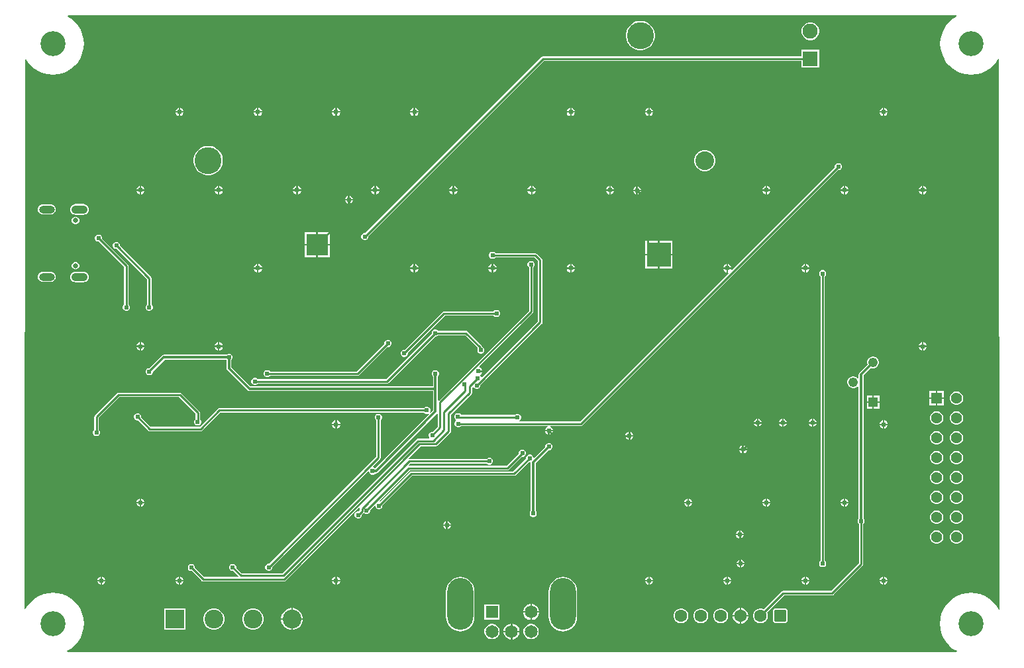
<source format=gbr>
%TF.GenerationSoftware,Altium Limited,Altium Designer,22.7.1 (60)*%
G04 Layer_Physical_Order=2*
G04 Layer_Color=16711680*
%FSLAX43Y43*%
%MOMM*%
%TF.SameCoordinates,9F5AA4AF-AB1A-42FA-95B2-595A31CD3D24*%
%TF.FilePolarity,Positive*%
%TF.FileFunction,Copper,L2,Bot,Signal*%
%TF.Part,Single*%
G01*
G75*
%TA.AperFunction,SMDPad,CuDef*%
%ADD32R,2.800X2.800*%
%ADD37R,3.100X3.100*%
%TA.AperFunction,Conductor*%
%ADD41C,0.254*%
%ADD42C,0.300*%
%TA.AperFunction,ComponentPad*%
%ADD43O,2.000X1.000*%
%ADD44O,2.100X1.050*%
%ADD45C,0.650*%
%ADD46C,1.650*%
%ADD47R,1.650X1.650*%
%ADD48O,3.316X6.632*%
%ADD49C,3.450*%
%ADD50C,2.388*%
%ADD51C,1.600*%
G04:AMPARAMS|DCode=52|XSize=1.6mm|YSize=1.6mm|CornerRadius=0.32mm|HoleSize=0mm|Usage=FLASHONLY|Rotation=180.000|XOffset=0mm|YOffset=0mm|HoleType=Round|Shape=RoundedRectangle|*
%AMROUNDEDRECTD52*
21,1,1.600,0.960,0,0,180.0*
21,1,0.960,1.600,0,0,180.0*
1,1,0.640,-0.480,0.480*
1,1,0.640,0.480,0.480*
1,1,0.640,0.480,-0.480*
1,1,0.640,-0.480,-0.480*
%
%ADD52ROUNDEDRECTD52*%
%ADD53R,1.425X1.425*%
%ADD54C,1.425*%
%ADD55C,1.950*%
%ADD56R,1.950X1.950*%
%TA.AperFunction,ViaPad*%
%ADD57C,3.200*%
%TA.AperFunction,ComponentPad*%
%ADD58C,1.222*%
%ADD59R,1.222X1.222*%
%ADD60C,2.400*%
%ADD61R,2.400X2.400*%
%TA.AperFunction,ViaPad*%
%ADD62C,0.610*%
%ADD63C,0.650*%
%ADD64C,0.750*%
G36*
X119258Y82345D02*
X119293Y82218D01*
X118850Y81946D01*
X118377Y81542D01*
X117973Y81070D01*
X117648Y80539D01*
X117410Y79965D01*
X117265Y79360D01*
X117216Y78740D01*
X117265Y78120D01*
X117410Y77515D01*
X117648Y76941D01*
X117973Y76410D01*
X118377Y75938D01*
X118850Y75534D01*
X119380Y75209D01*
X119955Y74971D01*
X120559Y74826D01*
X121179Y74777D01*
X121799Y74826D01*
X122404Y74971D01*
X122979Y75209D01*
X123509Y75534D01*
X123982Y75938D01*
X124386Y76410D01*
X124621Y76794D01*
X124748Y76758D01*
X124843Y6264D01*
X124718Y6239D01*
X124689Y6309D01*
X124364Y6840D01*
X123960Y7312D01*
X123488Y7716D01*
X122957Y8041D01*
X122383Y8279D01*
X121778Y8424D01*
X121158Y8473D01*
X120538Y8424D01*
X119933Y8279D01*
X119359Y8041D01*
X118828Y7716D01*
X118356Y7312D01*
X117952Y6840D01*
X117627Y6309D01*
X117389Y5735D01*
X117244Y5130D01*
X117195Y4510D01*
X117244Y3890D01*
X117389Y3285D01*
X117627Y2711D01*
X117952Y2180D01*
X118356Y1708D01*
X118828Y1304D01*
X119359Y979D01*
X119334Y855D01*
X5634Y855D01*
X5609Y979D01*
X6140Y1304D01*
X6612Y1708D01*
X7016Y2180D01*
X7341Y2711D01*
X7579Y3285D01*
X7724Y3890D01*
X7773Y4510D01*
X7724Y5130D01*
X7579Y5735D01*
X7341Y6309D01*
X7016Y6840D01*
X6612Y7312D01*
X6140Y7716D01*
X5609Y8041D01*
X5035Y8279D01*
X4430Y8424D01*
X3810Y8473D01*
X3190Y8424D01*
X2585Y8279D01*
X2011Y8041D01*
X1480Y7716D01*
X1008Y7312D01*
X604Y6840D01*
X284Y6318D01*
X278Y6317D01*
X157Y6386D01*
X252Y76741D01*
X379Y76777D01*
X604Y76410D01*
X1008Y75938D01*
X1480Y75534D01*
X2011Y75209D01*
X2585Y74971D01*
X3190Y74826D01*
X3810Y74777D01*
X4430Y74826D01*
X5035Y74971D01*
X5609Y75209D01*
X6140Y75534D01*
X6612Y75938D01*
X7016Y76410D01*
X7341Y76941D01*
X7579Y77515D01*
X7724Y78120D01*
X7773Y78740D01*
X7724Y79360D01*
X7579Y79965D01*
X7341Y80539D01*
X7016Y81070D01*
X6612Y81542D01*
X6140Y81946D01*
X5696Y82218D01*
X5732Y82345D01*
X119258Y82345D01*
D02*
G37*
%LPC*%
G36*
X100770Y81460D02*
X100474D01*
X100187Y81383D01*
X99931Y81235D01*
X99721Y81025D01*
X99573Y80769D01*
X99496Y80482D01*
Y80186D01*
X99573Y79899D01*
X99721Y79643D01*
X99931Y79433D01*
X100187Y79285D01*
X100474Y79208D01*
X100770D01*
X101057Y79285D01*
X101313Y79433D01*
X101523Y79643D01*
X101671Y79899D01*
X101748Y80186D01*
Y80482D01*
X101671Y80769D01*
X101523Y81025D01*
X101313Y81235D01*
X101057Y81383D01*
X100770Y81460D01*
D02*
G37*
G36*
X79083Y81658D02*
X78713D01*
X78351Y81586D01*
X78009Y81444D01*
X77702Y81239D01*
X77441Y80978D01*
X77236Y80670D01*
X77094Y80329D01*
X77022Y79967D01*
Y79597D01*
X77094Y79235D01*
X77236Y78893D01*
X77441Y78586D01*
X77702Y78325D01*
X78009Y78119D01*
X78351Y77978D01*
X78713Y77906D01*
X79083D01*
X79445Y77978D01*
X79787Y78119D01*
X80094Y78325D01*
X80355Y78586D01*
X80561Y78893D01*
X80702Y79235D01*
X80774Y79597D01*
Y79967D01*
X80702Y80329D01*
X80561Y80670D01*
X80355Y80978D01*
X80094Y81239D01*
X79787Y81444D01*
X79445Y81586D01*
X79083Y81658D01*
D02*
G37*
G36*
X101748Y77960D02*
X99496D01*
Y77117D01*
X66456D01*
X66348Y77096D01*
X66256Y77034D01*
X43717Y54496D01*
X43571D01*
X43404Y54427D01*
X43275Y54298D01*
X43206Y54131D01*
Y53949D01*
X43275Y53782D01*
X43404Y53653D01*
X43571Y53584D01*
X43753D01*
X43920Y53653D01*
X44049Y53782D01*
X44118Y53949D01*
Y54095D01*
X66573Y76551D01*
X99496D01*
Y75708D01*
X101748D01*
Y77960D01*
D02*
G37*
G36*
X110104Y70525D02*
X110100D01*
Y70100D01*
X110525D01*
Y70104D01*
X110445Y70297D01*
X110297Y70445D01*
X110104Y70525D01*
D02*
G37*
G36*
X109900D02*
X109896D01*
X109703Y70445D01*
X109555Y70297D01*
X109475Y70104D01*
Y70100D01*
X109900D01*
Y70525D01*
D02*
G37*
G36*
X80104D02*
X80100D01*
Y70100D01*
X80525D01*
Y70104D01*
X80445Y70297D01*
X80297Y70445D01*
X80104Y70525D01*
D02*
G37*
G36*
X79900D02*
X79896D01*
X79703Y70445D01*
X79555Y70297D01*
X79475Y70104D01*
Y70100D01*
X79900D01*
Y70525D01*
D02*
G37*
G36*
X70104D02*
X70100D01*
Y70100D01*
X70525D01*
Y70104D01*
X70445Y70297D01*
X70297Y70445D01*
X70104Y70525D01*
D02*
G37*
G36*
X69900D02*
X69896D01*
X69703Y70445D01*
X69555Y70297D01*
X69475Y70104D01*
Y70100D01*
X69900D01*
Y70525D01*
D02*
G37*
G36*
X50104D02*
X50100D01*
Y70100D01*
X50525D01*
Y70104D01*
X50445Y70297D01*
X50297Y70445D01*
X50104Y70525D01*
D02*
G37*
G36*
X49900D02*
X49896D01*
X49703Y70445D01*
X49555Y70297D01*
X49475Y70104D01*
Y70100D01*
X49900D01*
Y70525D01*
D02*
G37*
G36*
X40104D02*
X40100D01*
Y70100D01*
X40525D01*
Y70104D01*
X40445Y70297D01*
X40297Y70445D01*
X40104Y70525D01*
D02*
G37*
G36*
X39900D02*
X39896D01*
X39703Y70445D01*
X39555Y70297D01*
X39475Y70104D01*
Y70100D01*
X39900D01*
Y70525D01*
D02*
G37*
G36*
X30104D02*
X30100D01*
Y70100D01*
X30525D01*
Y70104D01*
X30445Y70297D01*
X30297Y70445D01*
X30104Y70525D01*
D02*
G37*
G36*
X29900D02*
X29896D01*
X29703Y70445D01*
X29555Y70297D01*
X29475Y70104D01*
Y70100D01*
X29900D01*
Y70525D01*
D02*
G37*
G36*
X20104D02*
X20100D01*
Y70100D01*
X20525D01*
Y70104D01*
X20445Y70297D01*
X20297Y70445D01*
X20104Y70525D01*
D02*
G37*
G36*
X19900D02*
X19896D01*
X19703Y70445D01*
X19555Y70297D01*
X19475Y70104D01*
Y70100D01*
X19900D01*
Y70525D01*
D02*
G37*
G36*
X110525Y69900D02*
X110100D01*
Y69475D01*
X110104D01*
X110297Y69555D01*
X110445Y69703D01*
X110525Y69896D01*
Y69900D01*
D02*
G37*
G36*
X109900D02*
X109475D01*
Y69896D01*
X109555Y69703D01*
X109703Y69555D01*
X109896Y69475D01*
X109900D01*
Y69900D01*
D02*
G37*
G36*
X80525D02*
X80100D01*
Y69475D01*
X80104D01*
X80297Y69555D01*
X80445Y69703D01*
X80525Y69896D01*
Y69900D01*
D02*
G37*
G36*
X79900D02*
X79475D01*
Y69896D01*
X79555Y69703D01*
X79703Y69555D01*
X79896Y69475D01*
X79900D01*
Y69900D01*
D02*
G37*
G36*
X70525D02*
X70100D01*
Y69475D01*
X70104D01*
X70297Y69555D01*
X70445Y69703D01*
X70525Y69896D01*
Y69900D01*
D02*
G37*
G36*
X69900D02*
X69475D01*
Y69896D01*
X69555Y69703D01*
X69703Y69555D01*
X69896Y69475D01*
X69900D01*
Y69900D01*
D02*
G37*
G36*
X50525D02*
X50100D01*
Y69475D01*
X50104D01*
X50297Y69555D01*
X50445Y69703D01*
X50525Y69896D01*
Y69900D01*
D02*
G37*
G36*
X49900D02*
X49475D01*
Y69896D01*
X49555Y69703D01*
X49703Y69555D01*
X49896Y69475D01*
X49900D01*
Y69900D01*
D02*
G37*
G36*
X40525D02*
X40100D01*
Y69475D01*
X40104D01*
X40297Y69555D01*
X40445Y69703D01*
X40525Y69896D01*
Y69900D01*
D02*
G37*
G36*
X39900D02*
X39475D01*
Y69896D01*
X39555Y69703D01*
X39703Y69555D01*
X39896Y69475D01*
X39900D01*
Y69900D01*
D02*
G37*
G36*
X30525D02*
X30100D01*
Y69475D01*
X30104D01*
X30297Y69555D01*
X30445Y69703D01*
X30525Y69896D01*
Y69900D01*
D02*
G37*
G36*
X29900D02*
X29475D01*
Y69896D01*
X29555Y69703D01*
X29703Y69555D01*
X29896Y69475D01*
X29900D01*
Y69900D01*
D02*
G37*
G36*
X20525D02*
X20100D01*
Y69475D01*
X20104D01*
X20297Y69555D01*
X20445Y69703D01*
X20525Y69896D01*
Y69900D01*
D02*
G37*
G36*
X19900D02*
X19475D01*
Y69896D01*
X19555Y69703D01*
X19703Y69555D01*
X19896Y69475D01*
X19900D01*
Y69900D01*
D02*
G37*
G36*
X87305Y65125D02*
X86951D01*
X86609Y65033D01*
X86302Y64856D01*
X86052Y64605D01*
X85875Y64299D01*
X85783Y63957D01*
Y63603D01*
X85875Y63261D01*
X86052Y62954D01*
X86302Y62704D01*
X86609Y62527D01*
X86951Y62435D01*
X87305D01*
X87647Y62527D01*
X87953Y62704D01*
X88204Y62954D01*
X88381Y63261D01*
X88472Y63603D01*
Y63957D01*
X88381Y64299D01*
X88204Y64605D01*
X87953Y64856D01*
X87647Y65033D01*
X87305Y65125D01*
D02*
G37*
G36*
X23838Y65656D02*
X23468D01*
X23106Y65584D01*
X22764Y65442D01*
X22457Y65237D01*
X22196Y64976D01*
X21991Y64668D01*
X21849Y64327D01*
X21777Y63965D01*
Y63595D01*
X21849Y63233D01*
X21991Y62891D01*
X22196Y62584D01*
X22457Y62323D01*
X22764Y62117D01*
X23106Y61976D01*
X23468Y61904D01*
X23838D01*
X24200Y61976D01*
X24542Y62117D01*
X24849Y62323D01*
X25110Y62584D01*
X25316Y62891D01*
X25457Y63233D01*
X25529Y63595D01*
Y63965D01*
X25457Y64327D01*
X25316Y64668D01*
X25110Y64976D01*
X24849Y65237D01*
X24542Y65442D01*
X24200Y65584D01*
X23838Y65656D01*
D02*
G37*
G36*
X115104Y60525D02*
X115100D01*
Y60100D01*
X115525D01*
Y60104D01*
X115445Y60297D01*
X115297Y60445D01*
X115104Y60525D01*
D02*
G37*
G36*
X114900D02*
X114896D01*
X114703Y60445D01*
X114555Y60297D01*
X114475Y60104D01*
Y60100D01*
X114900D01*
Y60525D01*
D02*
G37*
G36*
X105104D02*
X105100D01*
Y60100D01*
X105525D01*
Y60104D01*
X105445Y60297D01*
X105297Y60445D01*
X105104Y60525D01*
D02*
G37*
G36*
X104900D02*
X104896D01*
X104703Y60445D01*
X104555Y60297D01*
X104475Y60104D01*
Y60100D01*
X104900D01*
Y60525D01*
D02*
G37*
G36*
X95104D02*
X95100D01*
Y60100D01*
X95525D01*
Y60104D01*
X95445Y60297D01*
X95297Y60445D01*
X95104Y60525D01*
D02*
G37*
G36*
X94900D02*
X94896D01*
X94703Y60445D01*
X94555Y60297D01*
X94475Y60104D01*
Y60100D01*
X94900D01*
Y60525D01*
D02*
G37*
G36*
X75104D02*
X75100D01*
Y60100D01*
X75525D01*
Y60104D01*
X75445Y60297D01*
X75297Y60445D01*
X75104Y60525D01*
D02*
G37*
G36*
X74900D02*
X74896D01*
X74703Y60445D01*
X74555Y60297D01*
X74475Y60104D01*
Y60100D01*
X74900D01*
Y60525D01*
D02*
G37*
G36*
X65104D02*
X65100D01*
Y60100D01*
X65525D01*
Y60104D01*
X65445Y60297D01*
X65297Y60445D01*
X65104Y60525D01*
D02*
G37*
G36*
X64900D02*
X64896D01*
X64703Y60445D01*
X64555Y60297D01*
X64475Y60104D01*
Y60100D01*
X64900D01*
Y60525D01*
D02*
G37*
G36*
X55104D02*
X55100D01*
Y60100D01*
X55525D01*
Y60104D01*
X55445Y60297D01*
X55297Y60445D01*
X55104Y60525D01*
D02*
G37*
G36*
X54900D02*
X54896D01*
X54703Y60445D01*
X54555Y60297D01*
X54475Y60104D01*
Y60100D01*
X54900D01*
Y60525D01*
D02*
G37*
G36*
X45104D02*
X45100D01*
Y60100D01*
X45525D01*
Y60104D01*
X45445Y60297D01*
X45297Y60445D01*
X45104Y60525D01*
D02*
G37*
G36*
X44900D02*
X44896D01*
X44703Y60445D01*
X44555Y60297D01*
X44475Y60104D01*
Y60100D01*
X44900D01*
Y60525D01*
D02*
G37*
G36*
X35104D02*
X35100D01*
Y60100D01*
X35525D01*
Y60104D01*
X35445Y60297D01*
X35297Y60445D01*
X35104Y60525D01*
D02*
G37*
G36*
X34900D02*
X34896D01*
X34703Y60445D01*
X34555Y60297D01*
X34475Y60104D01*
Y60100D01*
X34900D01*
Y60525D01*
D02*
G37*
G36*
X25104D02*
X25100D01*
Y60100D01*
X25525D01*
Y60104D01*
X25445Y60297D01*
X25297Y60445D01*
X25104Y60525D01*
D02*
G37*
G36*
X24900D02*
X24896D01*
X24703Y60445D01*
X24555Y60297D01*
X24475Y60104D01*
Y60100D01*
X24900D01*
Y60525D01*
D02*
G37*
G36*
X15104D02*
X15100D01*
Y60100D01*
X15525D01*
Y60104D01*
X15445Y60297D01*
X15297Y60445D01*
X15104Y60525D01*
D02*
G37*
G36*
X14900D02*
X14896D01*
X14703Y60445D01*
X14555Y60297D01*
X14475Y60104D01*
Y60100D01*
X14900D01*
Y60525D01*
D02*
G37*
G36*
X78560Y60455D02*
X78560D01*
Y60050D01*
X78965D01*
Y60050D01*
X78888Y60236D01*
X78746Y60378D01*
X78560Y60455D01*
D02*
G37*
G36*
X78360D02*
X78360D01*
X78174Y60378D01*
X78032Y60236D01*
X77955Y60050D01*
Y60050D01*
X78360D01*
Y60455D01*
D02*
G37*
G36*
X115525Y59900D02*
X115100D01*
Y59475D01*
X115104D01*
X115297Y59555D01*
X115445Y59703D01*
X115525Y59896D01*
Y59900D01*
D02*
G37*
G36*
X114900D02*
X114475D01*
Y59896D01*
X114555Y59703D01*
X114703Y59555D01*
X114896Y59475D01*
X114900D01*
Y59900D01*
D02*
G37*
G36*
X105525D02*
X105100D01*
Y59475D01*
X105104D01*
X105297Y59555D01*
X105445Y59703D01*
X105525Y59896D01*
Y59900D01*
D02*
G37*
G36*
X104900D02*
X104475D01*
Y59896D01*
X104555Y59703D01*
X104703Y59555D01*
X104896Y59475D01*
X104900D01*
Y59900D01*
D02*
G37*
G36*
X95525D02*
X95100D01*
Y59475D01*
X95104D01*
X95297Y59555D01*
X95445Y59703D01*
X95525Y59896D01*
Y59900D01*
D02*
G37*
G36*
X94900D02*
X94475D01*
Y59896D01*
X94555Y59703D01*
X94703Y59555D01*
X94896Y59475D01*
X94900D01*
Y59900D01*
D02*
G37*
G36*
X75525D02*
X75100D01*
Y59475D01*
X75104D01*
X75297Y59555D01*
X75445Y59703D01*
X75525Y59896D01*
Y59900D01*
D02*
G37*
G36*
X74900D02*
X74475D01*
Y59896D01*
X74555Y59703D01*
X74703Y59555D01*
X74896Y59475D01*
X74900D01*
Y59900D01*
D02*
G37*
G36*
X65525D02*
X65100D01*
Y59475D01*
X65104D01*
X65297Y59555D01*
X65445Y59703D01*
X65525Y59896D01*
Y59900D01*
D02*
G37*
G36*
X64900D02*
X64475D01*
Y59896D01*
X64555Y59703D01*
X64703Y59555D01*
X64896Y59475D01*
X64900D01*
Y59900D01*
D02*
G37*
G36*
X55525D02*
X55100D01*
Y59475D01*
X55104D01*
X55297Y59555D01*
X55445Y59703D01*
X55525Y59896D01*
Y59900D01*
D02*
G37*
G36*
X54900D02*
X54475D01*
Y59896D01*
X54555Y59703D01*
X54703Y59555D01*
X54896Y59475D01*
X54900D01*
Y59900D01*
D02*
G37*
G36*
X45525D02*
X45100D01*
Y59475D01*
X45104D01*
X45297Y59555D01*
X45445Y59703D01*
X45525Y59896D01*
Y59900D01*
D02*
G37*
G36*
X44900D02*
X44475D01*
Y59896D01*
X44555Y59703D01*
X44703Y59555D01*
X44896Y59475D01*
X44900D01*
Y59900D01*
D02*
G37*
G36*
X35525D02*
X35100D01*
Y59475D01*
X35104D01*
X35297Y59555D01*
X35445Y59703D01*
X35525Y59896D01*
Y59900D01*
D02*
G37*
G36*
X34900D02*
X34475D01*
Y59896D01*
X34555Y59703D01*
X34703Y59555D01*
X34896Y59475D01*
X34900D01*
Y59900D01*
D02*
G37*
G36*
X25525D02*
X25100D01*
Y59475D01*
X25104D01*
X25297Y59555D01*
X25445Y59703D01*
X25525Y59896D01*
Y59900D01*
D02*
G37*
G36*
X24900D02*
X24475D01*
Y59896D01*
X24555Y59703D01*
X24703Y59555D01*
X24896Y59475D01*
X24900D01*
Y59900D01*
D02*
G37*
G36*
X15525D02*
X15100D01*
Y59475D01*
X15104D01*
X15297Y59555D01*
X15445Y59703D01*
X15525Y59896D01*
Y59900D01*
D02*
G37*
G36*
X14900D02*
X14475D01*
Y59896D01*
X14555Y59703D01*
X14703Y59555D01*
X14896Y59475D01*
X14900D01*
Y59900D01*
D02*
G37*
G36*
X78965Y59850D02*
X78560D01*
Y59445D01*
X78560D01*
X78746Y59522D01*
X78888Y59664D01*
X78965Y59850D01*
Y59850D01*
D02*
G37*
G36*
X78360D02*
X77955D01*
Y59850D01*
X78032Y59664D01*
X78174Y59522D01*
X78360Y59445D01*
X78360D01*
Y59850D01*
D02*
G37*
G36*
X41730Y59268D02*
X41730D01*
Y58863D01*
X42135D01*
Y58863D01*
X42058Y59049D01*
X41916Y59191D01*
X41730Y59268D01*
D02*
G37*
G36*
X41530D02*
X41530D01*
X41344Y59191D01*
X41202Y59049D01*
X41125Y58863D01*
Y58863D01*
X41530D01*
Y59268D01*
D02*
G37*
G36*
X42135Y58663D02*
X41730D01*
Y58258D01*
X41730D01*
X41916Y58335D01*
X42058Y58477D01*
X42135Y58663D01*
Y58663D01*
D02*
G37*
G36*
X41530D02*
X41125D01*
Y58663D01*
X41202Y58477D01*
X41344Y58335D01*
X41530Y58258D01*
X41530D01*
Y58663D01*
D02*
G37*
G36*
X3520Y58187D02*
X2520D01*
X2350Y58164D01*
X2192Y58099D01*
X2056Y57994D01*
X1951Y57858D01*
X1886Y57700D01*
X1863Y57530D01*
X1886Y57360D01*
X1951Y57202D01*
X2056Y57066D01*
X2192Y56961D01*
X2350Y56896D01*
X2520Y56873D01*
X3520D01*
X3690Y56896D01*
X3848Y56961D01*
X3984Y57066D01*
X4089Y57202D01*
X4154Y57360D01*
X4177Y57530D01*
X4154Y57700D01*
X4089Y57858D01*
X3984Y57994D01*
X3848Y58099D01*
X3690Y58164D01*
X3520Y58187D01*
D02*
G37*
G36*
X7725Y58212D02*
X6675D01*
X6499Y58189D01*
X6334Y58120D01*
X6193Y58012D01*
X6085Y57871D01*
X6016Y57706D01*
X5993Y57530D01*
X6016Y57354D01*
X6085Y57189D01*
X6193Y57048D01*
X6334Y56940D01*
X6499Y56871D01*
X6675Y56848D01*
X7725D01*
X7901Y56871D01*
X8066Y56940D01*
X8207Y57048D01*
X8315Y57189D01*
X8384Y57354D01*
X8407Y57530D01*
X8384Y57706D01*
X8315Y57871D01*
X8207Y58012D01*
X8066Y58120D01*
X7901Y58189D01*
X7725Y58212D01*
D02*
G37*
G36*
X6795Y56576D02*
X6605D01*
X6430Y56504D01*
X6296Y56370D01*
X6224Y56195D01*
Y56005D01*
X6296Y55830D01*
X6430Y55696D01*
X6605Y55624D01*
X6795D01*
X6970Y55696D01*
X7104Y55830D01*
X7176Y56005D01*
Y56195D01*
X7104Y56370D01*
X6970Y56504D01*
X6795Y56576D01*
D02*
G37*
G36*
X39166Y54613D02*
X37666D01*
Y53113D01*
X39166D01*
Y54613D01*
D02*
G37*
G36*
X37466D02*
X35966D01*
Y53113D01*
X37466D01*
Y54613D01*
D02*
G37*
G36*
X83001Y53482D02*
X81351D01*
Y51832D01*
X83001D01*
Y53482D01*
D02*
G37*
G36*
X81151D02*
X79501D01*
Y51832D01*
X81151D01*
Y53482D01*
D02*
G37*
G36*
X39166Y52913D02*
X37666D01*
Y51413D01*
X39166D01*
Y52913D01*
D02*
G37*
G36*
X37466D02*
X35966D01*
Y51413D01*
X37466D01*
Y52913D01*
D02*
G37*
G36*
X100104Y50525D02*
X100100D01*
Y50100D01*
X100525D01*
Y50104D01*
X100445Y50297D01*
X100297Y50445D01*
X100104Y50525D01*
D02*
G37*
G36*
X99900D02*
X99896D01*
X99703Y50445D01*
X99555Y50297D01*
X99475Y50104D01*
Y50100D01*
X99900D01*
Y50525D01*
D02*
G37*
G36*
X90104D02*
X90100D01*
Y50100D01*
X90525D01*
Y50104D01*
X90445Y50297D01*
X90297Y50445D01*
X90104Y50525D01*
D02*
G37*
G36*
X89900D02*
X89896D01*
X89703Y50445D01*
X89555Y50297D01*
X89475Y50104D01*
Y50100D01*
X89900D01*
Y50525D01*
D02*
G37*
G36*
X70104D02*
X70100D01*
Y50100D01*
X70525D01*
Y50104D01*
X70445Y50297D01*
X70297Y50445D01*
X70104Y50525D01*
D02*
G37*
G36*
X69900D02*
X69896D01*
X69703Y50445D01*
X69555Y50297D01*
X69475Y50104D01*
Y50100D01*
X69900D01*
Y50525D01*
D02*
G37*
G36*
X60104D02*
X60100D01*
Y50100D01*
X60525D01*
Y50104D01*
X60445Y50297D01*
X60297Y50445D01*
X60104Y50525D01*
D02*
G37*
G36*
X59900D02*
X59896D01*
X59703Y50445D01*
X59555Y50297D01*
X59475Y50104D01*
Y50100D01*
X59900D01*
Y50525D01*
D02*
G37*
G36*
X50104D02*
X50100D01*
Y50100D01*
X50525D01*
Y50104D01*
X50445Y50297D01*
X50297Y50445D01*
X50104Y50525D01*
D02*
G37*
G36*
X49900D02*
X49896D01*
X49703Y50445D01*
X49555Y50297D01*
X49475Y50104D01*
Y50100D01*
X49900D01*
Y50525D01*
D02*
G37*
G36*
X30104D02*
X30100D01*
Y50100D01*
X30525D01*
Y50104D01*
X30445Y50297D01*
X30297Y50445D01*
X30104Y50525D01*
D02*
G37*
G36*
X29900D02*
X29896D01*
X29703Y50445D01*
X29555Y50297D01*
X29475Y50104D01*
Y50100D01*
X29900D01*
Y50525D01*
D02*
G37*
G36*
X83001Y51632D02*
X81351D01*
Y49982D01*
X83001D01*
Y51632D01*
D02*
G37*
G36*
X81151D02*
X79501D01*
Y49982D01*
X81151D01*
Y51632D01*
D02*
G37*
G36*
X6795Y50796D02*
X6605D01*
X6430Y50724D01*
X6296Y50590D01*
X6224Y50415D01*
Y50225D01*
X6296Y50050D01*
X6430Y49916D01*
X6605Y49844D01*
X6795D01*
X6970Y49916D01*
X7104Y50050D01*
X7176Y50225D01*
Y50415D01*
X7104Y50590D01*
X6970Y50724D01*
X6795Y50796D01*
D02*
G37*
G36*
X104299Y63448D02*
X104118D01*
X103950Y63379D01*
X103822Y63250D01*
X103752Y63083D01*
Y62937D01*
X90628Y49812D01*
X90520Y49884D01*
X90525Y49896D01*
Y49900D01*
X90100D01*
Y49475D01*
X90104D01*
X90116Y49480D01*
X90188Y49372D01*
X71191Y30375D01*
X63471D01*
X63446Y30502D01*
X63448Y30503D01*
X63577Y30632D01*
X63646Y30799D01*
Y30981D01*
X63577Y31148D01*
X63448Y31277D01*
X63281Y31346D01*
X63099D01*
X62932Y31277D01*
X62879Y31223D01*
X55980D01*
X55972Y31243D01*
X55843Y31372D01*
X55676Y31441D01*
X55494D01*
X55327Y31372D01*
X55198Y31243D01*
X55129Y31076D01*
Y30894D01*
X55198Y30727D01*
X55319Y30606D01*
X55326Y30564D01*
X55325Y30462D01*
X55213Y30350D01*
X55144Y30183D01*
Y30001D01*
X55213Y29834D01*
X55342Y29705D01*
X55509Y29636D01*
X55691D01*
X55858Y29705D01*
X55961Y29809D01*
X67018D01*
X67043Y29682D01*
X66914Y29628D01*
X66772Y29486D01*
X66695Y29300D01*
Y29300D01*
X67705D01*
Y29300D01*
X67628Y29486D01*
X67486Y29628D01*
X67357Y29682D01*
X67382Y29809D01*
X71308D01*
X71417Y29830D01*
X71509Y29892D01*
X104153Y62536D01*
X104299D01*
X104467Y62605D01*
X104595Y62734D01*
X104664Y62901D01*
Y63083D01*
X104595Y63250D01*
X104467Y63379D01*
X104299Y63448D01*
D02*
G37*
G36*
X100525Y49900D02*
X100100D01*
Y49475D01*
X100104D01*
X100297Y49555D01*
X100445Y49703D01*
X100525Y49896D01*
Y49900D01*
D02*
G37*
G36*
X99900D02*
X99475D01*
Y49896D01*
X99555Y49703D01*
X99703Y49555D01*
X99896Y49475D01*
X99900D01*
Y49900D01*
D02*
G37*
G36*
X89900D02*
X89475D01*
Y49896D01*
X89555Y49703D01*
X89703Y49555D01*
X89896Y49475D01*
X89900D01*
Y49900D01*
D02*
G37*
G36*
X70525D02*
X70100D01*
Y49475D01*
X70104D01*
X70297Y49555D01*
X70445Y49703D01*
X70525Y49896D01*
Y49900D01*
D02*
G37*
G36*
X69900D02*
X69475D01*
Y49896D01*
X69555Y49703D01*
X69703Y49555D01*
X69896Y49475D01*
X69900D01*
Y49900D01*
D02*
G37*
G36*
X60525D02*
X60100D01*
Y49475D01*
X60104D01*
X60297Y49555D01*
X60445Y49703D01*
X60525Y49896D01*
Y49900D01*
D02*
G37*
G36*
X59900D02*
X59475D01*
Y49896D01*
X59555Y49703D01*
X59703Y49555D01*
X59896Y49475D01*
X59900D01*
Y49900D01*
D02*
G37*
G36*
X50525D02*
X50100D01*
Y49475D01*
X50104D01*
X50297Y49555D01*
X50445Y49703D01*
X50525Y49896D01*
Y49900D01*
D02*
G37*
G36*
X49900D02*
X49475D01*
Y49896D01*
X49555Y49703D01*
X49703Y49555D01*
X49896Y49475D01*
X49900D01*
Y49900D01*
D02*
G37*
G36*
X30525D02*
X30100D01*
Y49475D01*
X30104D01*
X30297Y49555D01*
X30445Y49703D01*
X30525Y49896D01*
Y49900D01*
D02*
G37*
G36*
X29900D02*
X29475D01*
Y49896D01*
X29555Y49703D01*
X29703Y49555D01*
X29896Y49475D01*
X29900D01*
Y49900D01*
D02*
G37*
G36*
X3520Y49547D02*
X2520D01*
X2350Y49524D01*
X2192Y49459D01*
X2056Y49354D01*
X1951Y49218D01*
X1886Y49060D01*
X1863Y48890D01*
X1886Y48720D01*
X1951Y48562D01*
X2056Y48426D01*
X2192Y48321D01*
X2350Y48256D01*
X2520Y48233D01*
X3520D01*
X3690Y48256D01*
X3848Y48321D01*
X3984Y48426D01*
X4089Y48562D01*
X4154Y48720D01*
X4177Y48890D01*
X4154Y49060D01*
X4089Y49218D01*
X3984Y49354D01*
X3848Y49459D01*
X3690Y49524D01*
X3520Y49547D01*
D02*
G37*
G36*
X7725Y49572D02*
X6675D01*
X6499Y49549D01*
X6334Y49480D01*
X6193Y49372D01*
X6085Y49231D01*
X6016Y49066D01*
X5993Y48890D01*
X6016Y48714D01*
X6085Y48549D01*
X6193Y48408D01*
X6334Y48300D01*
X6499Y48231D01*
X6675Y48208D01*
X7725D01*
X7901Y48231D01*
X8066Y48300D01*
X8207Y48408D01*
X8315Y48549D01*
X8384Y48714D01*
X8407Y48890D01*
X8384Y49066D01*
X8315Y49231D01*
X8207Y49372D01*
X8066Y49480D01*
X7901Y49549D01*
X7725Y49572D01*
D02*
G37*
G36*
X12003Y53366D02*
X11821D01*
X11654Y53297D01*
X11525Y53168D01*
X11456Y53001D01*
Y52819D01*
X11525Y52652D01*
X11654Y52523D01*
X11821Y52454D01*
X11967D01*
X15820Y48601D01*
Y45350D01*
X15717Y45247D01*
X15648Y45080D01*
Y44898D01*
X15717Y44731D01*
X15845Y44602D01*
X16013Y44533D01*
X16194D01*
X16362Y44602D01*
X16490Y44731D01*
X16559Y44898D01*
Y45080D01*
X16490Y45247D01*
X16387Y45350D01*
Y48718D01*
X16365Y48827D01*
X16304Y48919D01*
X12368Y52855D01*
Y53001D01*
X12299Y53168D01*
X12170Y53297D01*
X12003Y53366D01*
D02*
G37*
G36*
X9717Y54310D02*
X9535D01*
X9368Y54241D01*
X9239Y54112D01*
X9170Y53945D01*
Y53763D01*
X9239Y53596D01*
X9368Y53467D01*
X9535Y53398D01*
X9681D01*
X12899Y50181D01*
Y45350D01*
X12795Y45247D01*
X12726Y45080D01*
Y44898D01*
X12795Y44731D01*
X12924Y44602D01*
X13091Y44533D01*
X13273D01*
X13440Y44602D01*
X13569Y44731D01*
X13638Y44898D01*
Y45080D01*
X13569Y45247D01*
X13465Y45350D01*
Y50298D01*
X13444Y50406D01*
X13382Y50498D01*
X10082Y53799D01*
Y53945D01*
X10013Y54112D01*
X9884Y54241D01*
X9717Y54310D01*
D02*
G37*
G36*
X60591Y44656D02*
X60409D01*
X60242Y44587D01*
X60139Y44483D01*
X53800D01*
X53692Y44462D01*
X53600Y44400D01*
X48755Y39556D01*
X48609D01*
X48442Y39487D01*
X48313Y39358D01*
X48244Y39191D01*
Y39009D01*
X48313Y38842D01*
X48442Y38713D01*
X48609Y38644D01*
X48791D01*
X48958Y38713D01*
X49087Y38842D01*
X49156Y39009D01*
Y39155D01*
X53917Y43917D01*
X60139D01*
X60242Y43813D01*
X60409Y43744D01*
X60591D01*
X60758Y43813D01*
X60887Y43942D01*
X60956Y44109D01*
Y44291D01*
X60887Y44458D01*
X60758Y44587D01*
X60591Y44656D01*
D02*
G37*
G36*
X115104Y40525D02*
X115100D01*
Y40100D01*
X115525D01*
Y40104D01*
X115445Y40297D01*
X115297Y40445D01*
X115104Y40525D01*
D02*
G37*
G36*
X114900D02*
X114896D01*
X114703Y40445D01*
X114555Y40297D01*
X114475Y40104D01*
Y40100D01*
X114900D01*
Y40525D01*
D02*
G37*
G36*
X25104D02*
X25100D01*
Y40100D01*
X25525D01*
Y40104D01*
X25445Y40297D01*
X25297Y40445D01*
X25104Y40525D01*
D02*
G37*
G36*
X24900D02*
X24896D01*
X24703Y40445D01*
X24555Y40297D01*
X24475Y40104D01*
Y40100D01*
X24900D01*
Y40525D01*
D02*
G37*
G36*
X15104D02*
X15100D01*
Y40100D01*
X15525D01*
Y40104D01*
X15445Y40297D01*
X15297Y40445D01*
X15104Y40525D01*
D02*
G37*
G36*
X14900D02*
X14896D01*
X14703Y40445D01*
X14555Y40297D01*
X14475Y40104D01*
Y40100D01*
X14900D01*
Y40525D01*
D02*
G37*
G36*
X115525Y39900D02*
X115100D01*
Y39475D01*
X115104D01*
X115297Y39555D01*
X115445Y39703D01*
X115525Y39896D01*
Y39900D01*
D02*
G37*
G36*
X114900D02*
X114475D01*
Y39896D01*
X114555Y39703D01*
X114703Y39555D01*
X114896Y39475D01*
X114900D01*
Y39900D01*
D02*
G37*
G36*
X25525D02*
X25100D01*
Y39475D01*
X25104D01*
X25297Y39555D01*
X25445Y39703D01*
X25525Y39896D01*
Y39900D01*
D02*
G37*
G36*
X24900D02*
X24475D01*
Y39896D01*
X24555Y39703D01*
X24703Y39555D01*
X24896Y39475D01*
X24900D01*
Y39900D01*
D02*
G37*
G36*
X15525D02*
X15100D01*
Y39475D01*
X15104D01*
X15297Y39555D01*
X15445Y39703D01*
X15525Y39896D01*
Y39900D01*
D02*
G37*
G36*
X14900D02*
X14475D01*
Y39896D01*
X14555Y39703D01*
X14703Y39555D01*
X14896Y39475D01*
X14900D01*
Y39900D01*
D02*
G37*
G36*
X52791Y42156D02*
X52609D01*
X52442Y42087D01*
X52313Y41958D01*
X52244Y41791D01*
Y41645D01*
X46383Y35783D01*
X29961D01*
X29858Y35887D01*
X29691Y35956D01*
X29509D01*
X29342Y35887D01*
X29213Y35758D01*
X29144Y35591D01*
Y35409D01*
X29213Y35242D01*
X29342Y35113D01*
X29509Y35044D01*
X29691D01*
X29858Y35113D01*
X29961Y35217D01*
X46500D01*
X46608Y35238D01*
X46700Y35300D01*
X52645Y41244D01*
X52791D01*
X52958Y41313D01*
X53061Y41417D01*
X56483D01*
X58127Y39772D01*
X58113Y39758D01*
X58044Y39591D01*
Y39409D01*
X58113Y39242D01*
X58242Y39113D01*
X58409Y39044D01*
X58591D01*
X58758Y39113D01*
X58887Y39242D01*
X58956Y39409D01*
Y39591D01*
X58887Y39758D01*
X58758Y39887D01*
X58707Y39908D01*
X58694Y39977D01*
X58632Y40069D01*
X56800Y41900D01*
X56708Y41962D01*
X56600Y41983D01*
X53061D01*
X52958Y42087D01*
X52791Y42156D01*
D02*
G37*
G36*
X108739Y38698D02*
X108539D01*
X108345Y38646D01*
X108171Y38546D01*
X108029Y38404D01*
X107929Y38230D01*
X107877Y38036D01*
Y37836D01*
X107925Y37656D01*
X106883Y36614D01*
X106817Y36515D01*
X106793Y36397D01*
Y35959D01*
X106666Y35906D01*
X106567Y36006D01*
X106393Y36106D01*
X106199Y36158D01*
X105999D01*
X105805Y36106D01*
X105631Y36006D01*
X105489Y35864D01*
X105389Y35690D01*
X105337Y35496D01*
Y35296D01*
X105389Y35102D01*
X105489Y34928D01*
X105631Y34786D01*
X105805Y34686D01*
X105999Y34634D01*
X106199D01*
X106393Y34686D01*
X106567Y34786D01*
X106666Y34886D01*
X106793Y34833D01*
Y17975D01*
X106714Y17895D01*
X106644Y17727D01*
Y17546D01*
X106714Y17378D01*
X106817Y17275D01*
Y12217D01*
X103283Y8683D01*
X97140D01*
X97032Y8662D01*
X96940Y8600D01*
X94682Y6343D01*
X94607Y6386D01*
X94365Y6451D01*
X94115D01*
X93873Y6386D01*
X93656Y6261D01*
X93479Y6084D01*
X93354Y5867D01*
X93289Y5625D01*
Y5375D01*
X93354Y5133D01*
X93479Y4916D01*
X93656Y4739D01*
X93873Y4614D01*
X94115Y4549D01*
X94365D01*
X94607Y4614D01*
X94824Y4739D01*
X95001Y4916D01*
X95126Y5133D01*
X95191Y5375D01*
Y5625D01*
X95126Y5867D01*
X95083Y5942D01*
X97257Y8117D01*
X103401D01*
X103509Y8138D01*
X103601Y8200D01*
X107301Y11899D01*
X107362Y11991D01*
X107384Y12100D01*
Y17275D01*
X107487Y17378D01*
X107556Y17546D01*
Y17727D01*
X107487Y17895D01*
X107407Y17975D01*
Y36270D01*
X108359Y37222D01*
X108539Y37174D01*
X108739D01*
X108933Y37226D01*
X109107Y37326D01*
X109249Y37468D01*
X109349Y37642D01*
X109401Y37836D01*
Y38036D01*
X109349Y38230D01*
X109249Y38404D01*
X109107Y38546D01*
X108933Y38646D01*
X108739Y38698D01*
D02*
G37*
G36*
X46729Y40826D02*
X46547D01*
X46380Y40757D01*
X46251Y40628D01*
X46182Y40461D01*
Y40315D01*
X42651Y36783D01*
X31561D01*
X31458Y36887D01*
X31291Y36956D01*
X31109D01*
X30942Y36887D01*
X30813Y36758D01*
X30744Y36591D01*
Y36409D01*
X30813Y36242D01*
X30942Y36113D01*
X31109Y36044D01*
X31291D01*
X31458Y36113D01*
X31561Y36217D01*
X42768D01*
X42876Y36238D01*
X42968Y36300D01*
X46583Y39914D01*
X46729D01*
X46896Y39983D01*
X47025Y40112D01*
X47094Y40279D01*
Y40461D01*
X47025Y40628D01*
X46896Y40757D01*
X46729Y40826D01*
D02*
G37*
G36*
X60081Y52111D02*
X59899D01*
X59732Y52042D01*
X59603Y51913D01*
X59534Y51746D01*
Y51564D01*
X59603Y51397D01*
X59732Y51268D01*
X59899Y51199D01*
X60081D01*
X60248Y51268D01*
X60351Y51372D01*
X65328D01*
X65800Y50899D01*
Y43187D01*
X58651Y36039D01*
X58501Y36068D01*
X58468Y36150D01*
X58414Y36204D01*
X58443Y36354D01*
X58486Y36372D01*
X58628Y36514D01*
X58705Y36700D01*
Y36700D01*
X58200D01*
Y36900D01*
X58705D01*
Y36900D01*
X58628Y37086D01*
X58486Y37228D01*
X58343Y37287D01*
X58299Y37422D01*
X65130Y44254D01*
X65192Y44346D01*
X65213Y44454D01*
Y50104D01*
X65317Y50207D01*
X65386Y50374D01*
Y50556D01*
X65317Y50723D01*
X65188Y50852D01*
X65021Y50921D01*
X64839D01*
X64672Y50852D01*
X64543Y50723D01*
X64474Y50556D01*
Y50374D01*
X64543Y50207D01*
X64647Y50104D01*
Y44572D01*
X53134Y33059D01*
X53007Y33108D01*
Y36162D01*
X53087Y36242D01*
X53156Y36409D01*
Y36591D01*
X53087Y36758D01*
X52958Y36887D01*
X52791Y36956D01*
X52609D01*
X52442Y36887D01*
X52313Y36758D01*
X52244Y36591D01*
Y36409D01*
X52313Y36242D01*
X52393Y36162D01*
Y34865D01*
X29069D01*
X26607Y37327D01*
Y38262D01*
X26687Y38342D01*
X26756Y38509D01*
Y38691D01*
X26687Y38858D01*
X26558Y38987D01*
X26391Y39056D01*
X26209D01*
X26042Y38987D01*
X25962Y38907D01*
X17953D01*
X17835Y38884D01*
X17736Y38817D01*
X16125Y37207D01*
X16013D01*
X15845Y37137D01*
X15717Y37009D01*
X15648Y36841D01*
Y36660D01*
X15717Y36492D01*
X15845Y36364D01*
X16013Y36295D01*
X16194D01*
X16362Y36364D01*
X16490Y36492D01*
X16559Y36660D01*
Y36773D01*
X18080Y38293D01*
X25962D01*
X25993Y38262D01*
Y37200D01*
X26016Y37083D01*
X26083Y36983D01*
X28725Y34341D01*
X28824Y34275D01*
X28942Y34251D01*
X52393D01*
Y31787D01*
X52107Y31501D01*
X51999Y31573D01*
X52056Y31709D01*
Y31891D01*
X51987Y32058D01*
X51858Y32187D01*
X51691Y32256D01*
X51509D01*
X51342Y32187D01*
X51239Y32083D01*
X25100D01*
X24992Y32062D01*
X24900Y32000D01*
X22583Y29683D01*
X16297D01*
X15079Y30902D01*
Y31048D01*
X15010Y31215D01*
X14881Y31344D01*
X14714Y31413D01*
X14532D01*
X14365Y31344D01*
X14236Y31215D01*
X14167Y31048D01*
Y30866D01*
X14236Y30699D01*
X14365Y30570D01*
X14532Y30501D01*
X14678D01*
X15980Y29200D01*
X16072Y29138D01*
X16180Y29117D01*
X22700D01*
X22808Y29138D01*
X22900Y29200D01*
X25217Y31517D01*
X51239D01*
X51342Y31413D01*
X51509Y31344D01*
X51691D01*
X51827Y31401D01*
X51899Y31293D01*
X44967Y24360D01*
X44964D01*
X44922Y24402D01*
X44755Y24472D01*
X44752D01*
X44699Y24599D01*
X45600Y25500D01*
X45662Y25592D01*
X45683Y25700D01*
Y30539D01*
X45787Y30642D01*
X45856Y30809D01*
Y30991D01*
X45787Y31158D01*
X45658Y31287D01*
X45491Y31356D01*
X45309D01*
X45142Y31287D01*
X45013Y31158D01*
X44944Y30991D01*
Y30809D01*
X45013Y30642D01*
X45117Y30539D01*
Y25817D01*
X31455Y12156D01*
X31309D01*
X31142Y12087D01*
X31013Y11958D01*
X30944Y11791D01*
Y11609D01*
X31013Y11442D01*
X31142Y11313D01*
X31309Y11244D01*
X31491D01*
X31658Y11313D01*
X31787Y11442D01*
X31856Y11609D01*
Y11755D01*
X44081Y23980D01*
X44208Y23928D01*
Y23925D01*
X44277Y23757D01*
X44406Y23629D01*
X44573Y23560D01*
X44755D01*
X44922Y23629D01*
X45040Y23746D01*
X45094D01*
X45211Y23770D01*
X45311Y23836D01*
X52890Y31415D01*
X52998Y31382D01*
X53017Y31368D01*
Y29717D01*
X52355Y29056D01*
X52209D01*
X52042Y28987D01*
X51913Y28858D01*
X51844Y28691D01*
Y28509D01*
X51913Y28342D01*
X51945Y28310D01*
X51892Y28183D01*
X50500D01*
X50392Y28162D01*
X50300Y28100D01*
X33122Y10923D01*
X27958D01*
X27246Y11635D01*
Y11781D01*
X27177Y11948D01*
X27048Y12077D01*
X26881Y12146D01*
X26699D01*
X26532Y12077D01*
X26403Y11948D01*
X26334Y11781D01*
Y11599D01*
X26403Y11432D01*
X26532Y11303D01*
X26699Y11234D01*
X26845D01*
X27478Y10601D01*
X27430Y10483D01*
X23107D01*
X21956Y11635D01*
Y11781D01*
X21887Y11948D01*
X21758Y12077D01*
X21591Y12146D01*
X21409D01*
X21242Y12077D01*
X21113Y11948D01*
X21044Y11781D01*
Y11599D01*
X21113Y11432D01*
X21242Y11303D01*
X21409Y11234D01*
X21555D01*
X22790Y10000D01*
X22882Y9938D01*
X22990Y9917D01*
X33373D01*
X33481Y9938D01*
X33573Y10000D01*
X42926Y19353D01*
X43043Y19290D01*
X43034Y19241D01*
Y19030D01*
X42876Y18873D01*
X42730D01*
X42563Y18804D01*
X42434Y18675D01*
X42365Y18508D01*
Y18326D01*
X42434Y18159D01*
X42563Y18030D01*
X42730Y17961D01*
X42912D01*
X43079Y18030D01*
X43208Y18159D01*
X43277Y18326D01*
Y18472D01*
X43517Y18713D01*
X43540Y18715D01*
X43642Y18613D01*
X43809Y18544D01*
X43991D01*
X44158Y18613D01*
X44287Y18742D01*
X44356Y18909D01*
Y19055D01*
X44895Y19594D01*
X45022Y19542D01*
Y19499D01*
X45091Y19332D01*
X45220Y19203D01*
X45387Y19134D01*
X45569D01*
X45736Y19203D01*
X45865Y19332D01*
X45934Y19499D01*
Y19645D01*
X49705Y23417D01*
X62766D01*
X62874Y23438D01*
X62966Y23500D01*
X64686Y25220D01*
X64777D01*
X64859Y25171D01*
X64893Y25108D01*
Y18938D01*
X64813Y18858D01*
X64744Y18691D01*
Y18509D01*
X64813Y18342D01*
X64942Y18213D01*
X65109Y18144D01*
X65291D01*
X65458Y18213D01*
X65587Y18342D01*
X65656Y18509D01*
Y18691D01*
X65587Y18858D01*
X65507Y18938D01*
Y25023D01*
X67178Y26694D01*
X67291D01*
X67458Y26763D01*
X67587Y26892D01*
X67656Y27059D01*
Y27241D01*
X67587Y27408D01*
X67458Y27537D01*
X67291Y27606D01*
X67109D01*
X66942Y27537D01*
X66813Y27408D01*
X66744Y27241D01*
Y27128D01*
X65325Y25709D01*
X65198Y25761D01*
Y25766D01*
X65128Y25934D01*
X65000Y26062D01*
X64832Y26132D01*
X64651D01*
X64483Y26062D01*
X64355Y25934D01*
X64286Y25766D01*
Y25621D01*
X62648Y23983D01*
X49588D01*
X49480Y23962D01*
X49388Y23900D01*
X45626Y20138D01*
X45620Y20140D01*
X45578Y20277D01*
X49417Y24117D01*
X61900D01*
X62008Y24138D01*
X62100Y24200D01*
X63745Y25844D01*
X63891D01*
X64058Y25913D01*
X64187Y26042D01*
X64256Y26209D01*
Y26391D01*
X64187Y26558D01*
X64058Y26687D01*
X63891Y26756D01*
X63709D01*
X63542Y26687D01*
X63413Y26558D01*
X63344Y26391D01*
Y26245D01*
X61783Y24683D01*
X49339D01*
X49286Y24785D01*
X49283Y24806D01*
X49493Y25017D01*
X59239D01*
X59342Y24913D01*
X59509Y24844D01*
X59691D01*
X59858Y24913D01*
X59987Y25042D01*
X60056Y25209D01*
Y25391D01*
X59987Y25558D01*
X59858Y25687D01*
X59691Y25756D01*
X59509D01*
X59342Y25687D01*
X59239Y25583D01*
X49376D01*
X49327Y25574D01*
X49264Y25691D01*
X50785Y27212D01*
X52726D01*
X52834Y27233D01*
X52926Y27295D01*
X54600Y28969D01*
X54662Y29061D01*
X54683Y29169D01*
Y31269D01*
X57283Y33869D01*
X57345Y33961D01*
X57366Y34070D01*
Y34738D01*
X57452Y34812D01*
X57582Y34782D01*
X57603Y34732D01*
X57732Y34603D01*
X57899Y34534D01*
X58081D01*
X58248Y34603D01*
X58377Y34732D01*
X58446Y34899D01*
Y35032D01*
X66284Y42870D01*
X66345Y42961D01*
X66367Y43070D01*
Y51017D01*
X66345Y51125D01*
X66284Y51217D01*
X65645Y51855D01*
X65553Y51917D01*
X65445Y51938D01*
X60351D01*
X60248Y52042D01*
X60081Y52111D01*
D02*
G37*
G36*
X117679Y34277D02*
X116867D01*
Y33464D01*
X117679D01*
Y34277D01*
D02*
G37*
G36*
X116667D02*
X115854D01*
Y33464D01*
X116667D01*
Y34277D01*
D02*
G37*
G36*
X109450Y33667D02*
X108739D01*
Y32956D01*
X109450D01*
Y33667D01*
D02*
G37*
G36*
X108539D02*
X107828D01*
Y32956D01*
X108539D01*
Y33667D01*
D02*
G37*
G36*
X119421Y34228D02*
X119193D01*
X118974Y34169D01*
X118777Y34055D01*
X118616Y33894D01*
X118502Y33697D01*
X118443Y33478D01*
Y33250D01*
X118502Y33031D01*
X118616Y32834D01*
X118777Y32673D01*
X118974Y32559D01*
X119193Y32500D01*
X119421D01*
X119640Y32559D01*
X119837Y32673D01*
X119998Y32834D01*
X120112Y33031D01*
X120171Y33250D01*
Y33478D01*
X120112Y33697D01*
X119998Y33894D01*
X119837Y34055D01*
X119640Y34169D01*
X119421Y34228D01*
D02*
G37*
G36*
X117679Y33264D02*
X116867D01*
Y32451D01*
X117679D01*
Y33264D01*
D02*
G37*
G36*
X116667D02*
X115854D01*
Y32451D01*
X116667D01*
Y33264D01*
D02*
G37*
G36*
X109450Y32756D02*
X108739D01*
Y32045D01*
X109450D01*
Y32756D01*
D02*
G37*
G36*
X108539D02*
X107828D01*
Y32045D01*
X108539D01*
Y32756D01*
D02*
G37*
G36*
X101000Y30705D02*
X101000D01*
Y30300D01*
X101405D01*
Y30300D01*
X101328Y30486D01*
X101186Y30628D01*
X101000Y30705D01*
D02*
G37*
G36*
X100800D02*
X100800D01*
X100614Y30628D01*
X100472Y30486D01*
X100395Y30300D01*
Y30300D01*
X100800D01*
Y30705D01*
D02*
G37*
G36*
X97200D02*
X97200D01*
Y30300D01*
X97605D01*
Y30300D01*
X97528Y30486D01*
X97386Y30628D01*
X97200Y30705D01*
D02*
G37*
G36*
X97000D02*
X97000D01*
X96814Y30628D01*
X96672Y30486D01*
X96595Y30300D01*
Y30300D01*
X97000D01*
Y30705D01*
D02*
G37*
G36*
X94000D02*
X94000D01*
Y30300D01*
X94405D01*
Y30300D01*
X94328Y30486D01*
X94186Y30628D01*
X94000Y30705D01*
D02*
G37*
G36*
X93800D02*
X93800D01*
X93614Y30628D01*
X93472Y30486D01*
X93395Y30300D01*
Y30300D01*
X93800D01*
Y30705D01*
D02*
G37*
G36*
X110104Y30525D02*
X110100D01*
Y30100D01*
X110525D01*
Y30104D01*
X110445Y30297D01*
X110297Y30445D01*
X110104Y30525D01*
D02*
G37*
G36*
X109900D02*
X109896D01*
X109703Y30445D01*
X109555Y30297D01*
X109475Y30104D01*
Y30100D01*
X109900D01*
Y30525D01*
D02*
G37*
G36*
X40104D02*
X40100D01*
Y30100D01*
X40525D01*
Y30104D01*
X40445Y30297D01*
X40297Y30445D01*
X40104Y30525D01*
D02*
G37*
G36*
X39900D02*
X39896D01*
X39703Y30445D01*
X39555Y30297D01*
X39475Y30104D01*
Y30100D01*
X39900D01*
Y30525D01*
D02*
G37*
G36*
X119421Y31688D02*
X119193D01*
X118974Y31629D01*
X118777Y31515D01*
X118616Y31354D01*
X118502Y31157D01*
X118443Y30938D01*
Y30710D01*
X118502Y30491D01*
X118616Y30294D01*
X118777Y30133D01*
X118974Y30019D01*
X119193Y29961D01*
X119421D01*
X119640Y30019D01*
X119837Y30133D01*
X119998Y30294D01*
X120112Y30491D01*
X120171Y30710D01*
Y30938D01*
X120112Y31157D01*
X119998Y31354D01*
X119837Y31515D01*
X119640Y31629D01*
X119421Y31688D01*
D02*
G37*
G36*
X116881D02*
X116653D01*
X116434Y31629D01*
X116237Y31515D01*
X116076Y31354D01*
X115962Y31157D01*
X115904Y30938D01*
Y30710D01*
X115962Y30491D01*
X116076Y30294D01*
X116237Y30133D01*
X116434Y30019D01*
X116653Y29961D01*
X116881D01*
X117100Y30019D01*
X117297Y30133D01*
X117458Y30294D01*
X117572Y30491D01*
X117631Y30710D01*
Y30938D01*
X117572Y31157D01*
X117458Y31354D01*
X117297Y31515D01*
X117100Y31629D01*
X116881Y31688D01*
D02*
G37*
G36*
X20040Y34071D02*
X12166D01*
X12058Y34050D01*
X11966Y33988D01*
X9172Y31194D01*
X9110Y31102D01*
X9089Y30994D01*
Y29323D01*
X8985Y29220D01*
X8916Y29053D01*
Y28871D01*
X8985Y28704D01*
X9114Y28575D01*
X9281Y28506D01*
X9463D01*
X9630Y28575D01*
X9759Y28704D01*
X9828Y28871D01*
Y29053D01*
X9759Y29220D01*
X9655Y29323D01*
Y30877D01*
X12283Y33505D01*
X19923D01*
X22043Y31385D01*
Y30700D01*
X22026Y30694D01*
X21898Y30565D01*
X21829Y30398D01*
Y30216D01*
X21898Y30049D01*
X22026Y29920D01*
X22194Y29851D01*
X22375D01*
X22543Y29920D01*
X22671Y30049D01*
X22740Y30216D01*
Y30398D01*
X22671Y30565D01*
X22609Y30627D01*
Y31502D01*
X22588Y31610D01*
X22526Y31702D01*
X20240Y33988D01*
X20148Y34050D01*
X20040Y34071D01*
D02*
G37*
G36*
X101405Y30100D02*
X101000D01*
Y29695D01*
X101000D01*
X101186Y29772D01*
X101328Y29914D01*
X101405Y30100D01*
Y30100D01*
D02*
G37*
G36*
X100800D02*
X100395D01*
Y30100D01*
X100472Y29914D01*
X100614Y29772D01*
X100800Y29695D01*
X100800D01*
Y30100D01*
D02*
G37*
G36*
X97605D02*
X97200D01*
Y29695D01*
X97200D01*
X97386Y29772D01*
X97528Y29914D01*
X97605Y30100D01*
Y30100D01*
D02*
G37*
G36*
X97000D02*
X96595D01*
Y30100D01*
X96672Y29914D01*
X96814Y29772D01*
X97000Y29695D01*
X97000D01*
Y30100D01*
D02*
G37*
G36*
X94405D02*
X94000D01*
Y29695D01*
X94000D01*
X94186Y29772D01*
X94328Y29914D01*
X94405Y30100D01*
Y30100D01*
D02*
G37*
G36*
X93800D02*
X93395D01*
Y30100D01*
X93472Y29914D01*
X93614Y29772D01*
X93800Y29695D01*
X93800D01*
Y30100D01*
D02*
G37*
G36*
X110525Y29900D02*
X110100D01*
Y29475D01*
X110104D01*
X110297Y29555D01*
X110445Y29703D01*
X110525Y29896D01*
Y29900D01*
D02*
G37*
G36*
X109900D02*
X109475D01*
Y29896D01*
X109555Y29703D01*
X109703Y29555D01*
X109896Y29475D01*
X109900D01*
Y29900D01*
D02*
G37*
G36*
X40525D02*
X40100D01*
Y29475D01*
X40104D01*
X40297Y29555D01*
X40445Y29703D01*
X40525Y29896D01*
Y29900D01*
D02*
G37*
G36*
X39900D02*
X39475D01*
Y29896D01*
X39555Y29703D01*
X39703Y29555D01*
X39896Y29475D01*
X39900D01*
Y29900D01*
D02*
G37*
G36*
X67705Y29100D02*
X67300D01*
Y28695D01*
X67300D01*
X67486Y28772D01*
X67628Y28914D01*
X67705Y29100D01*
Y29100D01*
D02*
G37*
G36*
X67100D02*
X66695D01*
Y29100D01*
X66772Y28914D01*
X66914Y28772D01*
X67100Y28695D01*
X67100D01*
Y29100D01*
D02*
G37*
G36*
X77600Y29051D02*
X77600D01*
Y28646D01*
X78005D01*
Y28646D01*
X77928Y28832D01*
X77786Y28974D01*
X77600Y29051D01*
D02*
G37*
G36*
X77400D02*
X77400D01*
X77214Y28974D01*
X77072Y28832D01*
X76995Y28646D01*
Y28646D01*
X77400D01*
Y29051D01*
D02*
G37*
G36*
X78005Y28446D02*
X77600D01*
Y28041D01*
X77600D01*
X77786Y28118D01*
X77928Y28260D01*
X78005Y28446D01*
Y28446D01*
D02*
G37*
G36*
X77400D02*
X76995D01*
Y28446D01*
X77072Y28260D01*
X77214Y28118D01*
X77400Y28041D01*
X77400D01*
Y28446D01*
D02*
G37*
G36*
X119421Y29147D02*
X119193D01*
X118974Y29089D01*
X118777Y28975D01*
X118616Y28814D01*
X118502Y28617D01*
X118443Y28398D01*
Y28170D01*
X118502Y27951D01*
X118616Y27754D01*
X118777Y27593D01*
X118974Y27479D01*
X119193Y27420D01*
X119421D01*
X119640Y27479D01*
X119837Y27593D01*
X119998Y27754D01*
X120112Y27951D01*
X120171Y28170D01*
Y28398D01*
X120112Y28617D01*
X119998Y28814D01*
X119837Y28975D01*
X119640Y29089D01*
X119421Y29147D01*
D02*
G37*
G36*
X116881D02*
X116653D01*
X116434Y29089D01*
X116237Y28975D01*
X116076Y28814D01*
X115962Y28617D01*
X115904Y28398D01*
Y28170D01*
X115962Y27951D01*
X116076Y27754D01*
X116237Y27593D01*
X116434Y27479D01*
X116653Y27420D01*
X116881D01*
X117100Y27479D01*
X117297Y27593D01*
X117458Y27754D01*
X117572Y27951D01*
X117631Y28170D01*
Y28398D01*
X117572Y28617D01*
X117458Y28814D01*
X117297Y28975D01*
X117100Y29089D01*
X116881Y29147D01*
D02*
G37*
G36*
X92100Y27305D02*
X92100D01*
Y26900D01*
X92505D01*
Y26900D01*
X92428Y27086D01*
X92286Y27228D01*
X92100Y27305D01*
D02*
G37*
G36*
X91900D02*
X91900D01*
X91714Y27228D01*
X91572Y27086D01*
X91495Y26900D01*
Y26900D01*
X91900D01*
Y27305D01*
D02*
G37*
G36*
X92505Y26700D02*
X92100D01*
Y26295D01*
X92100D01*
X92286Y26372D01*
X92428Y26514D01*
X92505Y26700D01*
Y26700D01*
D02*
G37*
G36*
X91900D02*
X91495D01*
Y26700D01*
X91572Y26514D01*
X91714Y26372D01*
X91900Y26295D01*
X91900D01*
Y26700D01*
D02*
G37*
G36*
X119421Y26608D02*
X119193D01*
X118974Y26549D01*
X118777Y26435D01*
X118616Y26274D01*
X118502Y26077D01*
X118443Y25858D01*
Y25630D01*
X118502Y25411D01*
X118616Y25214D01*
X118777Y25053D01*
X118974Y24939D01*
X119193Y24881D01*
X119421D01*
X119640Y24939D01*
X119837Y25053D01*
X119998Y25214D01*
X120112Y25411D01*
X120171Y25630D01*
Y25858D01*
X120112Y26077D01*
X119998Y26274D01*
X119837Y26435D01*
X119640Y26549D01*
X119421Y26608D01*
D02*
G37*
G36*
X116881D02*
X116653D01*
X116434Y26549D01*
X116237Y26435D01*
X116076Y26274D01*
X115962Y26077D01*
X115904Y25858D01*
Y25630D01*
X115962Y25411D01*
X116076Y25214D01*
X116237Y25053D01*
X116434Y24939D01*
X116653Y24881D01*
X116881D01*
X117100Y24939D01*
X117297Y25053D01*
X117458Y25214D01*
X117572Y25411D01*
X117631Y25630D01*
Y25858D01*
X117572Y26077D01*
X117458Y26274D01*
X117297Y26435D01*
X117100Y26549D01*
X116881Y26608D01*
D02*
G37*
G36*
X119421Y24067D02*
X119193D01*
X118974Y24009D01*
X118777Y23895D01*
X118616Y23734D01*
X118502Y23537D01*
X118443Y23318D01*
Y23090D01*
X118502Y22871D01*
X118616Y22674D01*
X118777Y22513D01*
X118974Y22399D01*
X119193Y22340D01*
X119421D01*
X119640Y22399D01*
X119837Y22513D01*
X119998Y22674D01*
X120112Y22871D01*
X120171Y23090D01*
Y23318D01*
X120112Y23537D01*
X119998Y23734D01*
X119837Y23895D01*
X119640Y24009D01*
X119421Y24067D01*
D02*
G37*
G36*
X116881D02*
X116653D01*
X116434Y24009D01*
X116237Y23895D01*
X116076Y23734D01*
X115962Y23537D01*
X115904Y23318D01*
Y23090D01*
X115962Y22871D01*
X116076Y22674D01*
X116237Y22513D01*
X116434Y22399D01*
X116653Y22340D01*
X116881D01*
X117100Y22399D01*
X117297Y22513D01*
X117458Y22674D01*
X117572Y22871D01*
X117631Y23090D01*
Y23318D01*
X117572Y23537D01*
X117458Y23734D01*
X117297Y23895D01*
X117100Y24009D01*
X116881Y24067D01*
D02*
G37*
G36*
X105104Y20525D02*
X105100D01*
Y20100D01*
X105525D01*
Y20104D01*
X105445Y20297D01*
X105297Y20445D01*
X105104Y20525D01*
D02*
G37*
G36*
X104900D02*
X104896D01*
X104703Y20445D01*
X104555Y20297D01*
X104475Y20104D01*
Y20100D01*
X104900D01*
Y20525D01*
D02*
G37*
G36*
X95104D02*
X95100D01*
Y20100D01*
X95525D01*
Y20104D01*
X95445Y20297D01*
X95297Y20445D01*
X95104Y20525D01*
D02*
G37*
G36*
X94900D02*
X94896D01*
X94703Y20445D01*
X94555Y20297D01*
X94475Y20104D01*
Y20100D01*
X94900D01*
Y20525D01*
D02*
G37*
G36*
X85104D02*
X85100D01*
Y20100D01*
X85525D01*
Y20104D01*
X85445Y20297D01*
X85297Y20445D01*
X85104Y20525D01*
D02*
G37*
G36*
X84900D02*
X84896D01*
X84703Y20445D01*
X84555Y20297D01*
X84475Y20104D01*
Y20100D01*
X84900D01*
Y20525D01*
D02*
G37*
G36*
X15104D02*
X15100D01*
Y20100D01*
X15525D01*
Y20104D01*
X15445Y20297D01*
X15297Y20445D01*
X15104Y20525D01*
D02*
G37*
G36*
X14900D02*
X14896D01*
X14703Y20445D01*
X14555Y20297D01*
X14475Y20104D01*
Y20100D01*
X14900D01*
Y20525D01*
D02*
G37*
G36*
X119421Y21528D02*
X119193D01*
X118974Y21469D01*
X118777Y21355D01*
X118616Y21194D01*
X118502Y20997D01*
X118443Y20778D01*
Y20550D01*
X118502Y20331D01*
X118616Y20134D01*
X118777Y19973D01*
X118974Y19859D01*
X119193Y19801D01*
X119421D01*
X119640Y19859D01*
X119837Y19973D01*
X119998Y20134D01*
X120112Y20331D01*
X120171Y20550D01*
Y20778D01*
X120112Y20997D01*
X119998Y21194D01*
X119837Y21355D01*
X119640Y21469D01*
X119421Y21528D01*
D02*
G37*
G36*
X116881D02*
X116653D01*
X116434Y21469D01*
X116237Y21355D01*
X116076Y21194D01*
X115962Y20997D01*
X115904Y20778D01*
Y20550D01*
X115962Y20331D01*
X116076Y20134D01*
X116237Y19973D01*
X116434Y19859D01*
X116653Y19801D01*
X116881D01*
X117100Y19859D01*
X117297Y19973D01*
X117458Y20134D01*
X117572Y20331D01*
X117631Y20550D01*
Y20778D01*
X117572Y20997D01*
X117458Y21194D01*
X117297Y21355D01*
X117100Y21469D01*
X116881Y21528D01*
D02*
G37*
G36*
X105525Y19900D02*
X105100D01*
Y19475D01*
X105104D01*
X105297Y19555D01*
X105445Y19703D01*
X105525Y19896D01*
Y19900D01*
D02*
G37*
G36*
X104900D02*
X104475D01*
Y19896D01*
X104555Y19703D01*
X104703Y19555D01*
X104896Y19475D01*
X104900D01*
Y19900D01*
D02*
G37*
G36*
X95525D02*
X95100D01*
Y19475D01*
X95104D01*
X95297Y19555D01*
X95445Y19703D01*
X95525Y19896D01*
Y19900D01*
D02*
G37*
G36*
X94900D02*
X94475D01*
Y19896D01*
X94555Y19703D01*
X94703Y19555D01*
X94896Y19475D01*
X94900D01*
Y19900D01*
D02*
G37*
G36*
X85525D02*
X85100D01*
Y19475D01*
X85104D01*
X85297Y19555D01*
X85445Y19703D01*
X85525Y19896D01*
Y19900D01*
D02*
G37*
G36*
X84900D02*
X84475D01*
Y19896D01*
X84555Y19703D01*
X84703Y19555D01*
X84896Y19475D01*
X84900D01*
Y19900D01*
D02*
G37*
G36*
X15525D02*
X15100D01*
Y19475D01*
X15104D01*
X15297Y19555D01*
X15445Y19703D01*
X15525Y19896D01*
Y19900D01*
D02*
G37*
G36*
X14900D02*
X14475D01*
Y19896D01*
X14555Y19703D01*
X14703Y19555D01*
X14896Y19475D01*
X14900D01*
Y19900D01*
D02*
G37*
G36*
X119421Y18987D02*
X119193D01*
X118974Y18929D01*
X118777Y18815D01*
X118616Y18654D01*
X118502Y18457D01*
X118443Y18238D01*
Y18010D01*
X118502Y17791D01*
X118616Y17594D01*
X118777Y17433D01*
X118974Y17319D01*
X119193Y17260D01*
X119421D01*
X119640Y17319D01*
X119837Y17433D01*
X119998Y17594D01*
X120112Y17791D01*
X120171Y18010D01*
Y18238D01*
X120112Y18457D01*
X119998Y18654D01*
X119837Y18815D01*
X119640Y18929D01*
X119421Y18987D01*
D02*
G37*
G36*
X116881D02*
X116653D01*
X116434Y18929D01*
X116237Y18815D01*
X116076Y18654D01*
X115962Y18457D01*
X115904Y18238D01*
Y18010D01*
X115962Y17791D01*
X116076Y17594D01*
X116237Y17433D01*
X116434Y17319D01*
X116653Y17260D01*
X116881D01*
X117100Y17319D01*
X117297Y17433D01*
X117458Y17594D01*
X117572Y17791D01*
X117631Y18010D01*
Y18238D01*
X117572Y18457D01*
X117458Y18654D01*
X117297Y18815D01*
X117100Y18929D01*
X116881Y18987D01*
D02*
G37*
G36*
X54254Y17605D02*
X54254D01*
Y17200D01*
X54659D01*
Y17200D01*
X54582Y17386D01*
X54440Y17528D01*
X54254Y17605D01*
D02*
G37*
G36*
X54054D02*
X54054D01*
X53868Y17528D01*
X53726Y17386D01*
X53649Y17200D01*
Y17200D01*
X54054D01*
Y17605D01*
D02*
G37*
G36*
X54659Y17000D02*
X54254D01*
Y16595D01*
X54254D01*
X54440Y16672D01*
X54582Y16814D01*
X54659Y17000D01*
Y17000D01*
D02*
G37*
G36*
X54054D02*
X53649D01*
Y17000D01*
X53726Y16814D01*
X53868Y16672D01*
X54054Y16595D01*
X54054D01*
Y17000D01*
D02*
G37*
G36*
X91700Y16405D02*
X91700D01*
Y16000D01*
X92105D01*
Y16000D01*
X92028Y16186D01*
X91886Y16328D01*
X91700Y16405D01*
D02*
G37*
G36*
X91500D02*
X91500D01*
X91314Y16328D01*
X91172Y16186D01*
X91095Y16000D01*
Y16000D01*
X91500D01*
Y16405D01*
D02*
G37*
G36*
X92105Y15800D02*
X91700D01*
Y15395D01*
X91700D01*
X91886Y15472D01*
X92028Y15614D01*
X92105Y15800D01*
Y15800D01*
D02*
G37*
G36*
X91500D02*
X91095D01*
Y15800D01*
X91172Y15614D01*
X91314Y15472D01*
X91500Y15395D01*
X91500D01*
Y15800D01*
D02*
G37*
G36*
X119421Y16448D02*
X119193D01*
X118974Y16389D01*
X118777Y16275D01*
X118616Y16114D01*
X118502Y15917D01*
X118443Y15698D01*
Y15470D01*
X118502Y15251D01*
X118616Y15054D01*
X118777Y14893D01*
X118974Y14779D01*
X119193Y14720D01*
X119421D01*
X119640Y14779D01*
X119837Y14893D01*
X119998Y15054D01*
X120112Y15251D01*
X120171Y15470D01*
Y15698D01*
X120112Y15917D01*
X119998Y16114D01*
X119837Y16275D01*
X119640Y16389D01*
X119421Y16448D01*
D02*
G37*
G36*
X116881D02*
X116653D01*
X116434Y16389D01*
X116237Y16275D01*
X116076Y16114D01*
X115962Y15917D01*
X115904Y15698D01*
Y15470D01*
X115962Y15251D01*
X116076Y15054D01*
X116237Y14893D01*
X116434Y14779D01*
X116653Y14720D01*
X116881D01*
X117100Y14779D01*
X117297Y14893D01*
X117458Y15054D01*
X117572Y15251D01*
X117631Y15470D01*
Y15698D01*
X117572Y15917D01*
X117458Y16114D01*
X117297Y16275D01*
X117100Y16389D01*
X116881Y16448D01*
D02*
G37*
G36*
X91800Y12705D02*
X91800D01*
Y12300D01*
X92205D01*
Y12300D01*
X92128Y12486D01*
X91986Y12628D01*
X91800Y12705D01*
D02*
G37*
G36*
X91600D02*
X91600D01*
X91414Y12628D01*
X91272Y12486D01*
X91195Y12300D01*
Y12300D01*
X91600D01*
Y12705D01*
D02*
G37*
G36*
X102291Y49756D02*
X102109D01*
X101942Y49687D01*
X101813Y49558D01*
X101744Y49391D01*
Y49209D01*
X101813Y49042D01*
X101917Y48939D01*
Y12561D01*
X101813Y12458D01*
X101744Y12291D01*
Y12109D01*
X101813Y11942D01*
X101942Y11813D01*
X102109Y11744D01*
X102291D01*
X102458Y11813D01*
X102587Y11942D01*
X102656Y12109D01*
Y12291D01*
X102587Y12458D01*
X102483Y12561D01*
Y48939D01*
X102587Y49042D01*
X102656Y49209D01*
Y49391D01*
X102587Y49558D01*
X102458Y49687D01*
X102291Y49756D01*
D02*
G37*
G36*
X92205Y12100D02*
X91800D01*
Y11695D01*
X91800D01*
X91986Y11772D01*
X92128Y11914D01*
X92205Y12100D01*
Y12100D01*
D02*
G37*
G36*
X91600D02*
X91195D01*
Y12100D01*
X91272Y11914D01*
X91414Y11772D01*
X91600Y11695D01*
X91600D01*
Y12100D01*
D02*
G37*
G36*
X110104Y10525D02*
X110100D01*
Y10100D01*
X110525D01*
Y10104D01*
X110445Y10297D01*
X110297Y10445D01*
X110104Y10525D01*
D02*
G37*
G36*
X109900D02*
X109896D01*
X109703Y10445D01*
X109555Y10297D01*
X109475Y10104D01*
Y10100D01*
X109900D01*
Y10525D01*
D02*
G37*
G36*
X100104D02*
X100100D01*
Y10100D01*
X100525D01*
Y10104D01*
X100445Y10297D01*
X100297Y10445D01*
X100104Y10525D01*
D02*
G37*
G36*
X99900D02*
X99896D01*
X99703Y10445D01*
X99555Y10297D01*
X99475Y10104D01*
Y10100D01*
X99900D01*
Y10525D01*
D02*
G37*
G36*
X90104D02*
X90100D01*
Y10100D01*
X90525D01*
Y10104D01*
X90445Y10297D01*
X90297Y10445D01*
X90104Y10525D01*
D02*
G37*
G36*
X89900D02*
X89896D01*
X89703Y10445D01*
X89555Y10297D01*
X89475Y10104D01*
Y10100D01*
X89900D01*
Y10525D01*
D02*
G37*
G36*
X80104D02*
X80100D01*
Y10100D01*
X80525D01*
Y10104D01*
X80445Y10297D01*
X80297Y10445D01*
X80104Y10525D01*
D02*
G37*
G36*
X79900D02*
X79896D01*
X79703Y10445D01*
X79555Y10297D01*
X79475Y10104D01*
Y10100D01*
X79900D01*
Y10525D01*
D02*
G37*
G36*
X40104D02*
X40100D01*
Y10100D01*
X40525D01*
Y10104D01*
X40445Y10297D01*
X40297Y10445D01*
X40104Y10525D01*
D02*
G37*
G36*
X39900D02*
X39896D01*
X39703Y10445D01*
X39555Y10297D01*
X39475Y10104D01*
Y10100D01*
X39900D01*
Y10525D01*
D02*
G37*
G36*
X20104D02*
X20100D01*
Y10100D01*
X20525D01*
Y10104D01*
X20445Y10297D01*
X20297Y10445D01*
X20104Y10525D01*
D02*
G37*
G36*
X19900D02*
X19896D01*
X19703Y10445D01*
X19555Y10297D01*
X19475Y10104D01*
Y10100D01*
X19900D01*
Y10525D01*
D02*
G37*
G36*
X10104D02*
X10100D01*
Y10100D01*
X10525D01*
Y10104D01*
X10445Y10297D01*
X10297Y10445D01*
X10104Y10525D01*
D02*
G37*
G36*
X9900D02*
X9896D01*
X9703Y10445D01*
X9555Y10297D01*
X9475Y10104D01*
Y10100D01*
X9900D01*
Y10525D01*
D02*
G37*
G36*
X110525Y9900D02*
X110100D01*
Y9475D01*
X110104D01*
X110297Y9555D01*
X110445Y9703D01*
X110525Y9896D01*
Y9900D01*
D02*
G37*
G36*
X109900D02*
X109475D01*
Y9896D01*
X109555Y9703D01*
X109703Y9555D01*
X109896Y9475D01*
X109900D01*
Y9900D01*
D02*
G37*
G36*
X100525D02*
X100100D01*
Y9475D01*
X100104D01*
X100297Y9555D01*
X100445Y9703D01*
X100525Y9896D01*
Y9900D01*
D02*
G37*
G36*
X99900D02*
X99475D01*
Y9896D01*
X99555Y9703D01*
X99703Y9555D01*
X99896Y9475D01*
X99900D01*
Y9900D01*
D02*
G37*
G36*
X90525D02*
X90100D01*
Y9475D01*
X90104D01*
X90297Y9555D01*
X90445Y9703D01*
X90525Y9896D01*
Y9900D01*
D02*
G37*
G36*
X89900D02*
X89475D01*
Y9896D01*
X89555Y9703D01*
X89703Y9555D01*
X89896Y9475D01*
X89900D01*
Y9900D01*
D02*
G37*
G36*
X80525D02*
X80100D01*
Y9475D01*
X80104D01*
X80297Y9555D01*
X80445Y9703D01*
X80525Y9896D01*
Y9900D01*
D02*
G37*
G36*
X79900D02*
X79475D01*
Y9896D01*
X79555Y9703D01*
X79703Y9555D01*
X79896Y9475D01*
X79900D01*
Y9900D01*
D02*
G37*
G36*
X40525D02*
X40100D01*
Y9475D01*
X40104D01*
X40297Y9555D01*
X40445Y9703D01*
X40525Y9896D01*
Y9900D01*
D02*
G37*
G36*
X39900D02*
X39475D01*
Y9896D01*
X39555Y9703D01*
X39703Y9555D01*
X39896Y9475D01*
X39900D01*
Y9900D01*
D02*
G37*
G36*
X20525D02*
X20100D01*
Y9475D01*
X20104D01*
X20297Y9555D01*
X20445Y9703D01*
X20525Y9896D01*
Y9900D01*
D02*
G37*
G36*
X19900D02*
X19475D01*
Y9896D01*
X19555Y9703D01*
X19703Y9555D01*
X19896Y9475D01*
X19900D01*
Y9900D01*
D02*
G37*
G36*
X10525D02*
X10100D01*
Y9475D01*
X10104D01*
X10297Y9555D01*
X10445Y9703D01*
X10525Y9896D01*
Y9900D01*
D02*
G37*
G36*
X9900D02*
X9475D01*
Y9896D01*
X9555Y9703D01*
X9703Y9555D01*
X9896Y9475D01*
X9900D01*
Y9900D01*
D02*
G37*
G36*
X65065Y7016D02*
X65030D01*
Y6091D01*
X65955D01*
Y6126D01*
X65885Y6387D01*
X65750Y6620D01*
X65559Y6811D01*
X65326Y6946D01*
X65065Y7016D01*
D02*
G37*
G36*
X64830D02*
X64795D01*
X64534Y6946D01*
X64301Y6811D01*
X64110Y6620D01*
X63975Y6387D01*
X63905Y6126D01*
Y6091D01*
X64830D01*
Y7016D01*
D02*
G37*
G36*
X91832Y6500D02*
X91800D01*
Y5600D01*
X92700D01*
Y5632D01*
X92632Y5886D01*
X92500Y6114D01*
X92314Y6300D01*
X92086Y6432D01*
X91832Y6500D01*
D02*
G37*
G36*
X91600D02*
X91568D01*
X91314Y6432D01*
X91086Y6300D01*
X90900Y6114D01*
X90768Y5886D01*
X90700Y5632D01*
Y5600D01*
X91600D01*
Y6500D01*
D02*
G37*
G36*
X34542Y6486D02*
X34458D01*
Y5186D01*
X35758D01*
Y5270D01*
X35663Y5626D01*
X35478Y5946D01*
X35218Y6206D01*
X34898Y6391D01*
X34542Y6486D01*
D02*
G37*
G36*
X34258D02*
X34174D01*
X33818Y6391D01*
X33498Y6206D01*
X33238Y5946D01*
X33053Y5626D01*
X32958Y5270D01*
Y5186D01*
X34258D01*
Y6486D01*
D02*
G37*
G36*
X60906Y6967D02*
X58954D01*
Y5015D01*
X60906D01*
Y6967D01*
D02*
G37*
G36*
X65955Y5891D02*
X65030D01*
Y4966D01*
X65065D01*
X65326Y5036D01*
X65559Y5171D01*
X65750Y5362D01*
X65885Y5595D01*
X65955Y5856D01*
Y5891D01*
D02*
G37*
G36*
X64830D02*
X63905D01*
Y5856D01*
X63975Y5595D01*
X64110Y5362D01*
X64301Y5171D01*
X64534Y5036D01*
X64795Y4966D01*
X64830D01*
Y5891D01*
D02*
G37*
G36*
X89285Y6451D02*
X89035D01*
X88793Y6386D01*
X88576Y6261D01*
X88399Y6084D01*
X88274Y5867D01*
X88209Y5625D01*
Y5375D01*
X88274Y5133D01*
X88399Y4916D01*
X88576Y4739D01*
X88793Y4614D01*
X89035Y4549D01*
X89285D01*
X89527Y4614D01*
X89744Y4739D01*
X89921Y4916D01*
X90046Y5133D01*
X90111Y5375D01*
Y5625D01*
X90046Y5867D01*
X89921Y6084D01*
X89744Y6261D01*
X89527Y6386D01*
X89285Y6451D01*
D02*
G37*
G36*
X86745D02*
X86495D01*
X86253Y6386D01*
X86036Y6261D01*
X85859Y6084D01*
X85734Y5867D01*
X85669Y5625D01*
Y5375D01*
X85734Y5133D01*
X85859Y4916D01*
X86036Y4739D01*
X86253Y4614D01*
X86495Y4549D01*
X86745D01*
X86987Y4614D01*
X87204Y4739D01*
X87381Y4916D01*
X87506Y5133D01*
X87571Y5375D01*
Y5625D01*
X87506Y5867D01*
X87381Y6084D01*
X87204Y6261D01*
X86987Y6386D01*
X86745Y6451D01*
D02*
G37*
G36*
X84205D02*
X83955D01*
X83713Y6386D01*
X83496Y6261D01*
X83319Y6084D01*
X83194Y5867D01*
X83129Y5625D01*
Y5375D01*
X83194Y5133D01*
X83319Y4916D01*
X83496Y4739D01*
X83713Y4614D01*
X83955Y4549D01*
X84205D01*
X84447Y4614D01*
X84664Y4739D01*
X84841Y4916D01*
X84966Y5133D01*
X85031Y5375D01*
Y5625D01*
X84966Y5867D01*
X84841Y6084D01*
X84664Y6261D01*
X84447Y6386D01*
X84205Y6451D01*
D02*
G37*
G36*
X97260Y6460D02*
X96300D01*
X96116Y6424D01*
X95960Y6320D01*
X95856Y6164D01*
X95820Y5980D01*
Y5020D01*
X95856Y4836D01*
X95960Y4680D01*
X96116Y4576D01*
X96300Y4540D01*
X97260D01*
X97444Y4576D01*
X97600Y4680D01*
X97704Y4836D01*
X97740Y5020D01*
Y5980D01*
X97704Y6164D01*
X97600Y6320D01*
X97444Y6424D01*
X97260Y6460D01*
D02*
G37*
G36*
X92700Y5400D02*
X91800D01*
Y4500D01*
X91832D01*
X92086Y4568D01*
X92314Y4700D01*
X92500Y4886D01*
X92632Y5114D01*
X92700Y5368D01*
Y5400D01*
D02*
G37*
G36*
X91600D02*
X90700D01*
Y5368D01*
X90768Y5114D01*
X90900Y4886D01*
X91086Y4700D01*
X91314Y4568D01*
X91568Y4500D01*
X91600D01*
Y5400D01*
D02*
G37*
G36*
X29536Y6437D02*
X29180D01*
X28837Y6345D01*
X28528Y6167D01*
X28277Y5916D01*
X28099Y5607D01*
X28007Y5264D01*
Y4908D01*
X28099Y4565D01*
X28277Y4256D01*
X28528Y4005D01*
X28837Y3827D01*
X29180Y3735D01*
X29536D01*
X29879Y3827D01*
X30188Y4005D01*
X30439Y4256D01*
X30617Y4565D01*
X30709Y4908D01*
Y5264D01*
X30617Y5607D01*
X30439Y5916D01*
X30188Y6167D01*
X29879Y6345D01*
X29536Y6437D01*
D02*
G37*
G36*
X24536D02*
X24180D01*
X23837Y6345D01*
X23528Y6167D01*
X23277Y5916D01*
X23099Y5607D01*
X23007Y5264D01*
Y4908D01*
X23099Y4565D01*
X23277Y4256D01*
X23528Y4005D01*
X23837Y3827D01*
X24180Y3735D01*
X24536D01*
X24879Y3827D01*
X25188Y4005D01*
X25439Y4256D01*
X25617Y4565D01*
X25709Y4908D01*
Y5264D01*
X25617Y5607D01*
X25439Y5916D01*
X25188Y6167D01*
X24879Y6345D01*
X24536Y6437D01*
D02*
G37*
G36*
X20709D02*
X18007D01*
Y3735D01*
X20709D01*
Y6437D01*
D02*
G37*
G36*
X35758Y4986D02*
X34458D01*
Y3686D01*
X34542D01*
X34898Y3781D01*
X35218Y3966D01*
X35478Y4226D01*
X35663Y4546D01*
X35758Y4902D01*
Y4986D01*
D02*
G37*
G36*
X34258D02*
X32958D01*
Y4902D01*
X33053Y4546D01*
X33238Y4226D01*
X33498Y3966D01*
X33818Y3781D01*
X34174Y3686D01*
X34258D01*
Y4986D01*
D02*
G37*
G36*
X62565Y4516D02*
X62530D01*
Y3591D01*
X63455D01*
Y3626D01*
X63385Y3887D01*
X63250Y4120D01*
X63059Y4311D01*
X62826Y4446D01*
X62565Y4516D01*
D02*
G37*
G36*
X62330D02*
X62295D01*
X62034Y4446D01*
X61801Y4311D01*
X61610Y4120D01*
X61475Y3887D01*
X61405Y3626D01*
Y3591D01*
X62330D01*
Y4516D01*
D02*
G37*
G36*
X68980Y10467D02*
X68625Y10432D01*
X68284Y10328D01*
X67970Y10161D01*
X67695Y9934D01*
X67469Y9659D01*
X67301Y9345D01*
X67197Y9004D01*
X67162Y8649D01*
Y5333D01*
X67197Y4978D01*
X67301Y4637D01*
X67469Y4323D01*
X67695Y4048D01*
X67970Y3822D01*
X68284Y3654D01*
X68625Y3550D01*
X68980Y3515D01*
X69335Y3550D01*
X69676Y3654D01*
X69990Y3822D01*
X70265Y4048D01*
X70491Y4323D01*
X70659Y4637D01*
X70763Y4978D01*
X70798Y5333D01*
Y8649D01*
X70763Y9004D01*
X70659Y9345D01*
X70491Y9659D01*
X70265Y9934D01*
X69990Y10161D01*
X69676Y10328D01*
X69335Y10432D01*
X68980Y10467D01*
D02*
G37*
G36*
X55880D02*
X55525Y10432D01*
X55184Y10328D01*
X54870Y10161D01*
X54595Y9934D01*
X54369Y9659D01*
X54201Y9345D01*
X54097Y9004D01*
X54062Y8649D01*
Y5333D01*
X54097Y4978D01*
X54201Y4637D01*
X54369Y4323D01*
X54595Y4048D01*
X54870Y3822D01*
X55184Y3654D01*
X55525Y3550D01*
X55880Y3515D01*
X56235Y3550D01*
X56576Y3654D01*
X56890Y3822D01*
X57165Y4048D01*
X57391Y4323D01*
X57559Y4637D01*
X57663Y4978D01*
X57698Y5333D01*
Y8649D01*
X57663Y9004D01*
X57559Y9345D01*
X57391Y9659D01*
X57165Y9934D01*
X56890Y10161D01*
X56576Y10328D01*
X56235Y10432D01*
X55880Y10467D01*
D02*
G37*
G36*
X65058Y4467D02*
X64801D01*
X64553Y4401D01*
X64331Y4272D01*
X64149Y4090D01*
X64021Y3868D01*
X63954Y3620D01*
Y3363D01*
X64021Y3114D01*
X64149Y2892D01*
X64331Y2710D01*
X64553Y2582D01*
X64801Y2515D01*
X65058D01*
X65307Y2582D01*
X65529Y2710D01*
X65711Y2892D01*
X65839Y3114D01*
X65906Y3363D01*
Y3620D01*
X65839Y3868D01*
X65711Y4090D01*
X65529Y4272D01*
X65307Y4401D01*
X65058Y4467D01*
D02*
G37*
G36*
X60058D02*
X59801D01*
X59553Y4401D01*
X59331Y4272D01*
X59149Y4090D01*
X59021Y3868D01*
X58954Y3620D01*
Y3363D01*
X59021Y3114D01*
X59149Y2892D01*
X59331Y2710D01*
X59553Y2582D01*
X59801Y2515D01*
X60058D01*
X60307Y2582D01*
X60529Y2710D01*
X60711Y2892D01*
X60839Y3114D01*
X60906Y3363D01*
Y3620D01*
X60839Y3868D01*
X60711Y4090D01*
X60529Y4272D01*
X60307Y4401D01*
X60058Y4467D01*
D02*
G37*
G36*
X63455Y3391D02*
X62530D01*
Y2466D01*
X62565D01*
X62826Y2536D01*
X63059Y2671D01*
X63250Y2862D01*
X63385Y3095D01*
X63455Y3356D01*
Y3391D01*
D02*
G37*
G36*
X62330D02*
X61405D01*
Y3356D01*
X61475Y3095D01*
X61610Y2862D01*
X61801Y2671D01*
X62034Y2536D01*
X62295Y2466D01*
X62330D01*
Y3391D01*
D02*
G37*
%LPD*%
D32*
X37566Y53013D02*
D03*
D37*
X81251Y51732D02*
D03*
D41*
X59990Y51655D02*
X65445D01*
X66083Y43070D02*
Y51017D01*
X65445Y51655D02*
X66083Y51017D01*
X58003Y34990D02*
X66083Y43070D01*
X64930Y44454D02*
Y50465D01*
X53300Y32824D02*
X64930Y44454D01*
X107100Y12100D02*
Y17637D01*
X103401Y8400D02*
X107100Y12100D01*
X94240Y5500D02*
X97140Y8400D01*
X103401D01*
X102200Y12200D02*
Y49300D01*
X31400Y11700D02*
X45400Y25700D01*
Y30900D01*
X61900Y24400D02*
X63800Y26300D01*
Y26300D01*
X64742Y25676D02*
Y25676D01*
X62766Y23700D02*
X64742Y25676D01*
X49588Y23700D02*
X62766D01*
X49300Y24400D02*
X61900D01*
X43900Y19000D02*
X49300Y24400D01*
X49376Y25300D02*
X59600D01*
X43317Y19241D02*
X49376Y25300D01*
X45478Y19590D02*
X49588Y23700D01*
X43317Y18913D02*
Y19241D01*
X42821Y18417D02*
X43317Y18913D01*
X54400Y29169D02*
Y31387D01*
X52726Y27495D02*
X54400Y29169D01*
Y31387D02*
X57083Y34070D01*
X53800Y29276D02*
Y31611D01*
X52424Y27900D02*
X53800Y29276D01*
Y31611D02*
X56476Y34287D01*
X53300Y29600D02*
Y32824D01*
X52300Y28600D02*
X53300Y29600D01*
X25100Y31800D02*
X51600D01*
X58432Y39568D02*
Y39868D01*
X56600Y41700D02*
X58432Y39868D01*
X52700Y41700D02*
X56600D01*
X58432Y39568D02*
X58500Y39500D01*
X33373Y10200D02*
X50668Y27495D01*
X52726D01*
X33240Y10640D02*
X50500Y27900D01*
X52424D01*
X27840Y10640D02*
X33240D01*
X22990Y10200D02*
X33373D01*
X55585Y30985D02*
X55630Y30940D01*
X63140D01*
X55600Y30092D02*
X71308D01*
X53800Y44200D02*
X60500D01*
X56468Y34549D02*
X56476Y34541D01*
X56468Y34549D02*
Y35032D01*
X56400Y35100D02*
X56468Y35032D01*
X56476Y34287D02*
Y34541D01*
X57083Y34070D02*
Y34907D01*
X58068Y35892D01*
X41630Y57077D02*
Y58763D01*
X97100Y30200D02*
X100900D01*
X67854Y28546D02*
X77500D01*
X67200Y29200D02*
X67854Y28546D01*
X93900Y28700D02*
Y30200D01*
X92000Y26800D02*
X93900Y28700D01*
X91650Y12250D02*
Y15850D01*
X91600Y15900D02*
X91650Y15850D01*
Y12250D02*
X91700Y12200D01*
X20040Y33788D02*
X22326Y31502D01*
X9372Y30994D02*
X12166Y33788D01*
X20040D01*
X57990Y34990D02*
X58003D01*
X58068Y35892D02*
X58081D01*
X16180Y29400D02*
X22700D01*
X14623Y30957D02*
X16180Y29400D01*
X22700D02*
X25100Y31800D01*
X63140Y30940D02*
X63190Y30890D01*
X21500Y11690D02*
X22990Y10200D01*
X26790Y11690D02*
X27840Y10640D01*
X71308Y30092D02*
X104208Y62992D01*
X43662Y54040D02*
X66456Y76834D01*
X100622D01*
X29600Y35500D02*
X46500D01*
X52700Y41700D01*
X31200Y36500D02*
X42768D01*
X46638Y40370D01*
X48700Y39100D02*
X53800Y44200D01*
X9626Y53854D02*
X13182Y50298D01*
X16104Y44989D02*
Y48718D01*
X22284Y30307D02*
X22326Y30348D01*
Y31502D01*
X9372Y28962D02*
Y30994D01*
X13182Y44989D02*
Y50298D01*
X79828Y53155D02*
X80251Y52732D01*
X11912Y52910D02*
X16104Y48718D01*
X79828Y53155D02*
Y58582D01*
X78460Y59950D02*
X79828Y58582D01*
X38455Y53902D02*
X41630Y57077D01*
D42*
X52700Y31660D02*
Y36500D01*
X26300Y37200D02*
Y38600D01*
X28942Y34558D02*
X52610D01*
X26300Y37200D02*
X28942Y34558D01*
X45094Y24053D02*
X52700Y31660D01*
X44664Y24016D02*
X44702Y24053D01*
X45094D01*
X65200Y18600D02*
Y25150D01*
X67200Y27150D01*
X107100Y36397D02*
X108639Y37936D01*
X107100Y17637D02*
Y36397D01*
X17953Y38600D02*
X26300D01*
X16104Y36751D02*
X17953Y38600D01*
D43*
X3020Y57530D02*
D03*
Y48890D02*
D03*
D44*
X7200Y57530D02*
D03*
Y48890D02*
D03*
D45*
X6700Y50320D02*
D03*
Y56100D02*
D03*
D46*
X59930Y3491D02*
D03*
X64930D02*
D03*
X62430D02*
D03*
X64930Y5991D02*
D03*
D47*
X59930D02*
D03*
D48*
X55880Y6991D02*
D03*
X68980D02*
D03*
D49*
X23653Y63780D02*
D03*
X78898Y79782D02*
D03*
D50*
X87128Y63780D02*
D03*
D51*
X89160Y5500D02*
D03*
X94240D02*
D03*
X91700D02*
D03*
X86620D02*
D03*
X84080D02*
D03*
D52*
X96780D02*
D03*
D53*
X116767Y33364D02*
D03*
D54*
X119307D02*
D03*
X116767Y30824D02*
D03*
X119307D02*
D03*
X116767Y28284D02*
D03*
X119307D02*
D03*
X116767Y25744D02*
D03*
X119307D02*
D03*
X116767Y23204D02*
D03*
X119307D02*
D03*
X116767Y20664D02*
D03*
X119307D02*
D03*
X116767Y18124D02*
D03*
X119307D02*
D03*
X116767Y15584D02*
D03*
X119307D02*
D03*
D55*
X100622Y80334D02*
D03*
D56*
Y76834D02*
D03*
D57*
X121158Y4510D02*
D03*
X121179Y78740D02*
D03*
X3810D02*
D03*
Y4510D02*
D03*
D58*
X108639Y37936D02*
D03*
X106099Y35396D02*
D03*
D59*
X108639Y32856D02*
D03*
D60*
X34358Y5086D02*
D03*
X29358D02*
D03*
X24358D02*
D03*
D61*
X19358D02*
D03*
D62*
X64930Y50465D02*
D03*
X102200Y12200D02*
D03*
X31400Y11700D02*
D03*
X63800Y26300D02*
D03*
X59600Y25300D02*
D03*
X51600Y31800D02*
D03*
X52700Y36500D02*
D03*
X55585Y30985D02*
D03*
X55600Y30092D02*
D03*
X44664Y24016D02*
D03*
X67200Y27150D02*
D03*
X64742Y25676D02*
D03*
X65200Y18600D02*
D03*
X58200Y36800D02*
D03*
X54154Y17100D02*
D03*
X60500Y44200D02*
D03*
X56400Y35100D02*
D03*
X41630Y58763D02*
D03*
X100900Y30200D02*
D03*
X97100D02*
D03*
X67200Y29200D02*
D03*
X77500Y28546D02*
D03*
X107100Y17637D02*
D03*
X93900Y30200D02*
D03*
X92000Y26800D02*
D03*
X91600Y15900D02*
D03*
X91700Y12200D02*
D03*
X45478Y19590D02*
D03*
X26300Y38600D02*
D03*
X16104Y36751D02*
D03*
X58081Y35892D02*
D03*
X102200Y49300D02*
D03*
X63190Y30890D02*
D03*
X14623Y30957D02*
D03*
X42821Y18417D02*
D03*
X43900Y19000D02*
D03*
X52300Y28600D02*
D03*
X58500Y39500D02*
D03*
X59990Y51655D02*
D03*
X21500Y11690D02*
D03*
X57990Y34990D02*
D03*
X26790Y11690D02*
D03*
X45400Y30900D02*
D03*
X104208Y62992D02*
D03*
X29600Y35500D02*
D03*
X46638Y40370D02*
D03*
X48700Y39100D02*
D03*
X31200Y36500D02*
D03*
X52700Y41700D02*
D03*
X9626Y53854D02*
D03*
X9372Y28962D02*
D03*
X22284Y30307D02*
D03*
X13182Y44989D02*
D03*
X16104D02*
D03*
X11912Y52910D02*
D03*
X43662Y54040D02*
D03*
X78460Y59950D02*
D03*
D63*
X100000Y10000D02*
D03*
X110000Y70000D02*
D03*
X115000Y60000D02*
D03*
Y40000D02*
D03*
X110000Y30000D02*
D03*
Y10000D02*
D03*
X105000Y60000D02*
D03*
X100000Y50000D02*
D03*
X105000Y20000D02*
D03*
X95000Y60000D02*
D03*
X90000Y50000D02*
D03*
X95000Y20000D02*
D03*
X90000Y10000D02*
D03*
X80000Y70000D02*
D03*
X85000Y20000D02*
D03*
X80000Y10000D02*
D03*
X70000Y70000D02*
D03*
X75000Y60000D02*
D03*
X70000Y50000D02*
D03*
X65000Y60000D02*
D03*
X60000Y50000D02*
D03*
X50000Y70000D02*
D03*
X55000Y60000D02*
D03*
X50000Y50000D02*
D03*
X40000Y70000D02*
D03*
X45000Y60000D02*
D03*
X40000Y30000D02*
D03*
Y10000D02*
D03*
X30000Y70000D02*
D03*
X35000Y60000D02*
D03*
X30000Y50000D02*
D03*
X20000Y70000D02*
D03*
X25000Y60000D02*
D03*
Y40000D02*
D03*
X20000Y10000D02*
D03*
X15000Y60000D02*
D03*
Y40000D02*
D03*
Y20000D02*
D03*
X10000Y10000D02*
D03*
D64*
X37566Y53013D02*
D03*
X36677Y53902D02*
D03*
X38455Y52124D02*
D03*
Y53902D02*
D03*
X36677Y52124D02*
D03*
X82251Y50732D02*
D03*
X81251D02*
D03*
X82251Y51732D02*
D03*
X81251D02*
D03*
X82251Y52732D02*
D03*
X81251D02*
D03*
X80251Y50732D02*
D03*
Y51732D02*
D03*
Y52732D02*
D03*
%TF.MD5,d88737fafd392e127ee9a6f2e4305303*%
M02*

</source>
